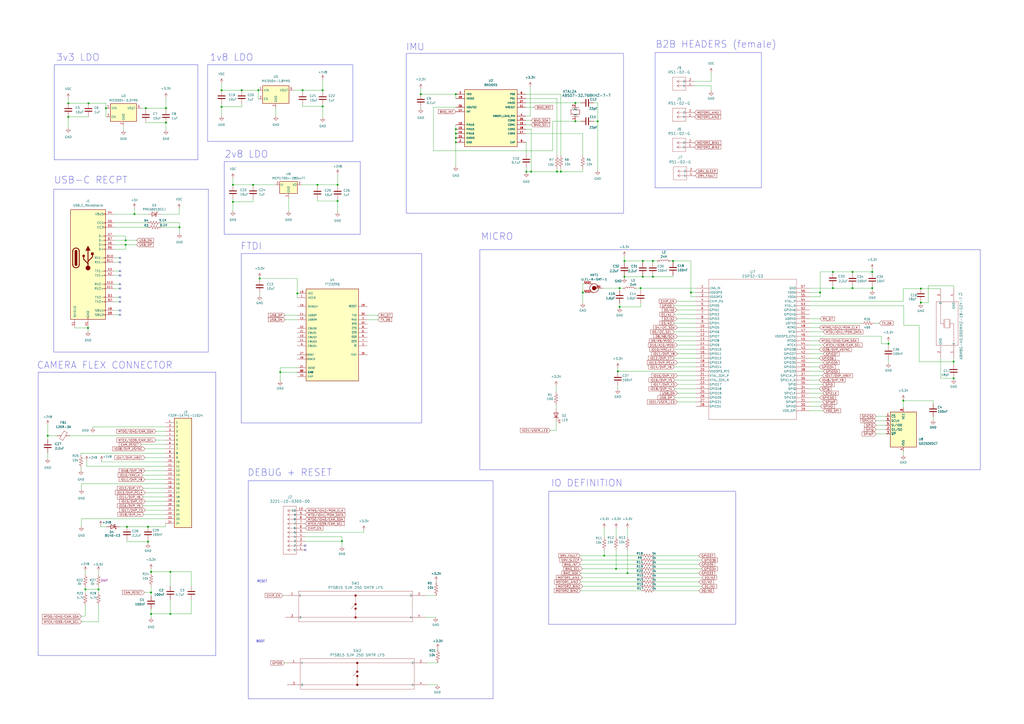
<source format=kicad_sch>
(kicad_sch (version 20230121) (generator eeschema)
  (paper "A2")
  (junction (at 372.872 160.528))
  (junction (at 346.71 70.358))
  (junction (at 85.852 305.562))
  (junction (at 149.86 52.324))
  (junction (at 87.63 356.108))
  (junction (at 359.41 178.054))
  (junction (at 51.054 190.246))
  (junction (at 187.198 61.722))
  (junction (at 73.66 305.562))
  (junction (at 84.582 62.738))
  (junction (at 87.63 331.724))
  (junction (at 362.204 160.528))
  (junction (at 553.212 209.804))
  (junction (at 371.602 167.132))
  (junction (at 390.398 151.384))
  (junction (at 57.15 341.884))
  (junction (at 378.714 151.384))
  (junction (at 39.624 59.944))
  (junction (at 363.982 332.486))
  (junction (at 98.806 356.108))
  (junction (at 378.714 160.528))
  (junction (at 524.002 232.41))
  (junction (at 400.812 169.672))
  (junction (at 27.686 252.73))
  (junction (at 333.756 70.358))
  (junction (at 308.102 99.568))
  (junction (at 325.374 99.568))
  (junction (at 475.742 169.672))
  (junction (at 534.162 167.386))
  (junction (at 357.378 329.946))
  (junction (at 350.52 322.326))
  (junction (at 172.466 170.18))
  (junction (at 195.834 107.188))
  (junction (at 128.524 61.976))
  (junction (at 333.756 59.69))
  (junction (at 162.56 215.9))
  (junction (at 146.812 107.188))
  (junction (at 128.524 52.324))
  (junction (at 323.088 99.568))
  (junction (at 39.624 67.818))
  (junction (at 104.14 131.826))
  (junction (at 72.898 141.986))
  (junction (at 505.968 157.734))
  (junction (at 483.108 157.734))
  (junction (at 87.63 343.662))
  (junction (at 338.074 169.672))
  (junction (at 362.204 151.384))
  (junction (at 264.414 80.01))
  (junction (at 150.622 161.544))
  (junction (at 359.41 167.132))
  (junction (at 264.414 77.47))
  (junction (at 72.898 139.446))
  (junction (at 483.108 167.132))
  (junction (at 534.162 175.514))
  (junction (at 198.374 313.944))
  (junction (at 187.198 52.324))
  (junction (at 305.308 99.568))
  (junction (at 49.53 341.884))
  (junction (at 195.834 116.586))
  (junction (at 494.538 167.132))
  (junction (at 264.414 74.93))
  (junction (at 184.15 107.188))
  (junction (at 96.266 71.12))
  (junction (at 505.968 167.132))
  (junction (at 135.128 117.094))
  (junction (at 51.308 59.944))
  (junction (at 264.414 82.55))
  (junction (at 244.094 54.61))
  (junction (at 61.468 62.738))
  (junction (at 85.852 314.198))
  (junction (at 77.978 124.206))
  (junction (at 135.128 107.188))
  (junction (at 494.538 157.734))
  (junction (at 175.514 52.324))
  (junction (at 264.414 54.61))
  (junction (at 515.366 199.39))
  (junction (at 358.394 215.392))
  (junction (at 98.806 331.724))
  (junction (at 553.212 219.456))
  (junction (at 372.872 151.384))
  (junction (at 140.208 52.324))
  (junction (at 96.266 62.738))
  (no_connect (at 69.596 167.386))
  (no_connect (at 177.038 319.024))
  (no_connect (at 177.038 316.484))
  (no_connect (at 69.596 180.086))
  (no_connect (at 69.596 182.626))
  (no_connect (at 69.596 172.466))
  (no_connect (at 69.596 149.606))
  (no_connect (at 69.596 157.226))
  (no_connect (at 69.596 159.766))
  (no_connect (at 69.596 175.006))
  (no_connect (at 69.596 164.846))
  (no_connect (at 69.596 152.146))
  (wire (pts (xy 140.208 60.198) (xy 140.208 61.976)))
  (wire (pts (xy 246.888 358.14) (xy 252.73 358.14)))
  (wire (pts (xy 40.64 252.73) (xy 96.012 252.73)))
  (wire (pts (xy 483.108 157.734) (xy 494.538 157.734)))
  (wire (pts (xy 85.598 124.206) (xy 77.978 124.206)))
  (wire (pts (xy 150.622 161.036) (xy 150.622 161.544)))
  (wire (pts (xy 357.378 306.324) (xy 357.378 311.404)))
  (wire (pts (xy 477.52 200.152) (xy 469.646 200.152)))
  (wire (pts (xy 69.596 159.766) (xy 66.294 159.766)))
  (wire (pts (xy 39.624 67.564) (xy 39.624 67.818)))
  (wire (pts (xy 219.202 182.88) (xy 213.106 182.88)))
  (wire (pts (xy 39.624 56.896) (xy 39.624 59.944)))
  (wire (pts (xy 184.15 107.188) (xy 195.834 107.188)))
  (wire (pts (xy 350.52 322.326) (xy 336.55 322.326)))
  (wire (pts (xy 77.978 120.65) (xy 77.978 124.206)))
  (wire (pts (xy 83.312 298.45) (xy 96.012 298.45)))
  (wire (pts (xy 363.982 306.324) (xy 363.982 311.404)))
  (wire (pts (xy 392.684 179.832) (xy 403.606 179.832)))
  (wire (pts (xy 184.15 116.586) (xy 195.834 116.586)))
  (wire (pts (xy 363.982 332.486) (xy 363.982 319.024)))
  (wire (pts (xy 98.806 340.106) (xy 98.806 331.724)))
  (wire (pts (xy 371.602 178.054) (xy 371.602 176.022)))
  (wire (pts (xy 211.074 308.864) (xy 211.074 307.594)))
  (wire (pts (xy 337.82 329.946) (xy 357.378 329.946)))
  (wire (pts (xy 58.42 305.562) (xy 58.42 304.8)))
  (wire (pts (xy 515.366 208.28) (xy 515.366 210.566)))
  (wire (pts (xy 475.742 184.912) (xy 469.646 184.912)))
  (wire (pts (xy 87.63 340.106) (xy 87.63 343.662)))
  (wire (pts (xy 69.596 182.626) (xy 66.294 182.626)))
  (wire (pts (xy 77.978 124.206) (xy 66.294 124.206)))
  (wire (pts (xy 475.488 230.632) (xy 469.646 230.632)))
  (wire (pts (xy 538.48 175.514) (xy 534.162 175.514)))
  (wire (pts (xy 69.596 149.606) (xy 66.294 149.606)))
  (wire (pts (xy 475.996 235.712) (xy 469.646 235.712)))
  (wire (pts (xy 83.058 293.37) (xy 96.012 293.37)))
  (wire (pts (xy 51.308 67.818) (xy 39.624 67.818)))
  (wire (pts (xy 392.938 200.152) (xy 403.606 200.152)))
  (wire (pts (xy 371.856 329.946) (xy 357.378 329.946)))
  (wire (pts (xy 338.074 164.592) (xy 339.598 164.592)))
  (wire (pts (xy 104.14 131.826) (xy 104.14 135.382)))
  (wire (pts (xy 46.99 262.89) (xy 96.012 262.89)))
  (wire (pts (xy 405.384 337.566) (xy 379.73 337.566)))
  (wire (pts (xy 84.328 295.91) (xy 96.012 295.91)))
  (wire (pts (xy 412.496 47.244) (xy 402.844 47.244)))
  (wire (pts (xy 507.238 187.452) (xy 510.032 187.452)))
  (wire (pts (xy 247.904 384.556) (xy 254 384.556)))
  (wire (pts (xy 73.66 314.198) (xy 85.852 314.198)))
  (wire (pts (xy 407.162 340.106) (xy 379.73 340.106)))
  (wire (pts (xy 361.442 167.132) (xy 359.41 167.132)))
  (wire (pts (xy 51.054 192.278) (xy 51.054 190.246)))
  (wire (pts (xy 333.756 70.358) (xy 336.804 70.358)))
  (wire (pts (xy 350.52 306.324) (xy 350.52 311.658)))
  (wire (pts (xy 358.394 215.392) (xy 358.394 215.9)))
  (wire (pts (xy 475.742 157.734) (xy 475.742 169.672)))
  (wire (pts (xy 391.16 192.532) (xy 403.606 192.532)))
  (wire (pts (xy 96.012 305.562) (xy 96.012 303.53)))
  (wire (pts (xy 412.496 52.832) (xy 412.496 49.784)))
  (wire (pts (xy 305.054 74.93) (xy 308.102 74.93)))
  (wire (pts (xy 325.374 99.568) (xy 338.074 99.568)))
  (wire (pts (xy 58.928 267.208) (xy 58.928 267.97)))
  (wire (pts (xy 252.984 337.058) (xy 252.984 337.82)))
  (wire (pts (xy 475.234 212.852) (xy 469.646 212.852)))
  (wire (pts (xy 323.088 99.568) (xy 325.374 99.568)))
  (wire (pts (xy 104.14 129.286) (xy 104.14 131.826)))
  (wire (pts (xy 392.938 189.992) (xy 403.606 189.992)))
  (wire (pts (xy 187.198 46.228) (xy 187.198 52.324)))
  (wire (pts (xy 553.212 167.386) (xy 553.212 165.862)))
  (wire (pts (xy 405.384 342.646) (xy 379.73 342.646)))
  (wire (pts (xy 469.646 172.212) (xy 475.742 172.212)))
  (wire (pts (xy 72.898 141.986) (xy 79.248 141.986)))
  (wire (pts (xy 524.002 167.386) (xy 534.162 167.386)))
  (wire (pts (xy 49.53 341.884) (xy 49.53 343.662)))
  (wire (pts (xy 187.198 61.722) (xy 187.198 60.706)))
  (wire (pts (xy 400.812 169.672) (xy 403.606 169.672)))
  (wire (pts (xy 369.062 167.132) (xy 371.602 167.132)))
  (wire (pts (xy 362.204 160.528) (xy 372.872 160.528)))
  (wire (pts (xy 362.204 151.384) (xy 362.204 152.4)))
  (wire (pts (xy 524.002 231.902) (xy 524.002 232.41)))
  (wire (pts (xy 553.212 209.804) (xy 533.146 209.804)))
  (wire (pts (xy 175.514 52.324) (xy 187.198 52.324)))
  (wire (pts (xy 39.624 67.818) (xy 39.624 74.168)))
  (wire (pts (xy 350.52 319.278) (xy 350.52 322.326)))
  (wire (pts (xy 47.244 357.378) (xy 47.244 357.632)))
  (wire (pts (xy 72.898 136.906) (xy 72.898 139.446)))
  (wire (pts (xy 90.424 250.19) (xy 96.012 250.19)))
  (wire (pts (xy 553.212 219.456) (xy 553.212 218.948)))
  (wire (pts (xy 322.58 249.682) (xy 322.58 244.602)))
  (wire (pts (xy 66.294 141.986) (xy 72.898 141.986)))
  (wire (pts (xy 150.622 171.45) (xy 150.622 169.926)))
  (wire (pts (xy 87.63 358.394) (xy 87.63 356.108)))
  (wire (pts (xy 264.414 77.47) (xy 264.414 80.01)))
  (wire (pts (xy 515.366 199.39) (xy 515.366 200.66)))
  (wire (pts (xy 49.53 341.884) (xy 57.15 341.884)))
  (wire (pts (xy 135.128 117.094) (xy 135.128 115.316)))
  (wire (pts (xy 305.054 77.47) (xy 338.074 77.47)))
  (wire (pts (xy 403.606 215.392) (xy 358.394 215.392)))
  (wire (pts (xy 338.074 77.47) (xy 338.074 90.17)))
  (wire (pts (xy 357.378 329.946) (xy 357.378 319.024)))
  (wire (pts (xy 87.63 331.724) (xy 87.63 332.486)))
  (wire (pts (xy 403.606 230.632) (xy 391.414 230.632)))
  (wire (pts (xy 406.908 324.866) (xy 379.476 324.866)))
  (wire (pts (xy 372.872 160.02) (xy 372.872 160.528)))
  (wire (pts (xy 378.714 152.4) (xy 378.714 151.384)))
  (wire (pts (xy 162.56 215.9) (xy 162.56 220.98)))
  (wire (pts (xy 172.466 170.18) (xy 172.466 161.544)))
  (wire (pts (xy 264.414 74.93) (xy 264.414 77.47)))
  (wire (pts (xy 66.294 136.906) (xy 72.898 136.906)))
  (wire (pts (xy 69.596 175.006) (xy 66.294 175.006)))
  (wire (pts (xy 346.71 98.806) (xy 346.71 70.358)))
  (wire (pts (xy 305.054 59.69) (xy 333.756 59.69)))
  (wire (pts (xy 553.212 209.804) (xy 553.212 208.026)))
  (wire (pts (xy 254 376.174) (xy 254 376.936)))
  (wire (pts (xy 72.898 144.526) (xy 72.898 141.986)))
  (wire (pts (xy 47.244 357.378) (xy 49.53 357.378)))
  (wire (pts (xy 392.938 233.172) (xy 403.606 233.172)))
  (wire (pts (xy 494.538 157.734) (xy 494.538 158.496)))
  (wire (pts (xy 244.094 62.992) (xy 244.094 62.23)))
  (wire (pts (xy 57.15 341.884) (xy 57.15 340.614)))
  (wire (pts (xy 372.872 151.384) (xy 378.714 151.384)))
  (wire (pts (xy 378.714 151.384) (xy 381.254 151.384)))
  (wire (pts (xy 246.888 345.44) (xy 252.984 345.44)))
  (wire (pts (xy 338.074 164.592) (xy 338.074 169.672)))
  (wire (pts (xy 160.02 67.31) (xy 160.02 62.484)))
  (wire (pts (xy 524.256 177.292) (xy 469.646 177.292)))
  (wire (pts (xy 264.414 54.61) (xy 264.414 57.15)))
  (wire (pts (xy 39.624 59.944) (xy 51.308 59.944)))
  (wire (pts (xy 46.99 263.906) (xy 46.99 262.89)))
  (wire (pts (xy 362.204 161.29) (xy 362.204 160.528)))
  (wire (pts (xy 87.63 343.662) (xy 87.63 345.694)))
  (wire (pts (xy 346.71 59.69) (xy 344.424 59.69)))
  (wire (pts (xy 541.274 232.41) (xy 524.002 232.41)))
  (wire (pts (xy 477.266 223.012) (xy 469.646 223.012)))
  (wire (pts (xy 359.41 168.402) (xy 359.41 167.132)))
  (wire (pts (xy 57.15 331.216) (xy 57.15 332.994)))
  (wire (pts (xy 172.466 213.36) (xy 162.56 213.36)))
  (wire (pts (xy 135.128 107.188) (xy 135.128 107.696)))
  (wire (pts (xy 308.102 69.85) (xy 305.054 69.85)))
  (wire (pts (xy 69.342 305.562) (xy 73.66 305.562)))
  (wire (pts (xy 251.46 62.23) (xy 251.46 87.376)))
  (wire (pts (xy 553.212 219.964) (xy 553.212 219.456)))
  (wire (pts (xy 61.468 59.944) (xy 51.308 59.944)))
  (wire (pts (xy 362.204 148.59) (xy 362.204 151.384)))
  (wire (pts (xy 483.108 165.862) (xy 483.108 167.132)))
  (wire (pts (xy 128.524 52.578) (xy 128.524 52.324)))
  (wire (pts (xy 85.852 305.562) (xy 96.012 305.562)))
  (wire (pts (xy 362.204 160.528) (xy 362.204 160.02)))
  (wire (pts (xy 103.886 124.206) (xy 93.218 124.206)))
  (wire (pts (xy 27.686 246.38) (xy 27.686 252.73)))
  (wire (pts (xy 184.15 116.586) (xy 184.15 115.57)))
  (wire (pts (xy 405.384 322.326) (xy 379.476 322.326)))
  (wire (pts (xy 541.274 243.586) (xy 541.274 241.808)))
  (wire (pts (xy 378.714 160.02) (xy 378.714 160.528)))
  (wire (pts (xy 308.102 72.39) (xy 305.054 72.39)))
  (wire (pts (xy 494.538 157.734) (xy 505.968 157.734)))
  (wire (pts (xy 69.596 152.146) (xy 66.294 152.146)))
  (wire (pts (xy 325.374 97.79) (xy 325.374 99.568)))
  (wire (pts (xy 47.244 300.99) (xy 96.012 300.99)))
  (wire (pts (xy 358.394 223.52) (xy 358.394 225.806)))
  (wire (pts (xy 305.308 100.076) (xy 305.308 99.568)))
  (wire (pts (xy 135.128 103.378) (xy 135.128 107.188)))
  (wire (pts (xy 84.582 62.738) (xy 84.582 63.5)))
  (wire (pts (xy 175.514 61.722) (xy 187.198 61.722)))
  (wire (pts (xy 150.622 161.544) (xy 150.622 162.306)))
  (wire (pts (xy 325.374 54.61) (xy 305.054 54.61)))
  (wire (pts (xy 146.812 107.188) (xy 146.812 107.696)))
  (wire (pts (xy 198.374 313.944) (xy 198.374 316.992)))
  (wire (pts (xy 511.302 199.39) (xy 515.366 199.39)))
  (wire (pts (xy 391.16 197.612) (xy 403.606 197.612)))
  (wire (pts (xy 244.094 54.61) (xy 244.094 51.308)))
  (wire (pts (xy 412.496 49.784) (xy 402.844 49.784)))
  (wire (pts (xy 46.99 271.526) (xy 46.99 272.796)))
  (wire (pts (xy 469.646 167.132) (xy 483.108 167.132)))
  (wire (pts (xy 545.592 219.456) (xy 553.212 219.456)))
  (wire (pts (xy 372.11 337.566) (xy 336.804 337.566)))
  (wire (pts (xy 553.212 165.862) (xy 538.48 165.862)))
  (wire (pts (xy 323.088 57.15) (xy 305.054 57.15)))
  (wire (pts (xy 98.806 331.724) (xy 110.998 331.724)))
  (wire (pts (xy 73.66 305.562) (xy 85.852 305.562)))
  (wire (pts (xy 407.162 335.026) (xy 379.73 335.026)))
  (wire (pts (xy 93.472 131.826) (xy 104.14 131.826)))
  (wire (pts (xy 344.424 70.358) (xy 346.71 70.358)))
  (wire (pts (xy 391.16 207.772) (xy 403.606 207.772)))
  (wire (pts (xy 400.812 172.212) (xy 400.812 169.672)))
  (wire (pts (xy 57.15 343.662) (xy 57.15 341.884)))
  (wire (pts (xy 371.856 322.326) (xy 350.52 322.326)))
  (wire (pts (xy 372.872 160.528) (xy 378.714 160.528)))
  (wire (pts (xy 391.16 212.852) (xy 403.606 212.852)))
  (wire (pts (xy 128.524 67.31) (xy 128.524 61.976)))
  (wire (pts (xy 135.128 107.188) (xy 146.812 107.188)))
  (wire (pts (xy 165.1 384.556) (xy 166.624 384.556)))
  (wire (pts (xy 400.812 151.384) (xy 400.812 169.672)))
  (wire (pts (xy 372.11 340.106) (xy 338.074 340.106)))
  (wire (pts (xy 195.834 122.936) (xy 195.834 116.586)))
  (wire (pts (xy 323.088 90.17) (xy 323.088 57.15)))
  (wire (pts (xy 98.806 331.724) (xy 87.63 331.724)))
  (wire (pts (xy 51.308 67.818) (xy 51.308 67.564)))
  (wire (pts (xy 403.606 172.212) (xy 400.812 172.212)))
  (wire (pts (xy 371.856 324.866) (xy 337.566 324.866)))
  (wire (pts (xy 533.146 188.722) (xy 533.146 209.804)))
  (wire (pts (xy 392.938 205.232) (xy 403.606 205.232)))
  (wire (pts (xy 159.766 107.188) (xy 146.812 107.188)))
  (wire (pts (xy 325.374 90.17) (xy 325.374 54.61)))
  (wire (pts (xy 412.496 42.164) (xy 412.496 47.244)))
  (wire (pts (xy 475.742 169.672) (xy 475.742 172.212)))
  (wire (pts (xy 87.63 329.946) (xy 87.63 331.724)))
  (wire (pts (xy 308.102 74.93) (xy 308.102 99.568)))
  (wire (pts (xy 57.15 360.68) (xy 57.15 351.282)))
  (wire (pts (xy 533.146 188.722) (xy 524.256 188.722)))
  (wire (pts (xy 175.514 61.722) (xy 175.514 60.706)))
  (wire (pts (xy 372.872 152.4) (xy 372.872 151.384)))
  (wire (pts (xy 477.52 210.312) (xy 469.646 210.312)))
  (wire (pts (xy 53.848 247.65) (xy 96.012 247.65)))
  (wire (pts (xy 392.938 195.072) (xy 403.606 195.072)))
  (wire (pts (xy 87.63 356.108) (xy 98.806 356.108)))
  (wire (pts (xy 534.162 176.022) (xy 534.162 175.514)))
  (wire (pts (xy 175.514 52.324) (xy 175.514 53.086)))
  (wire (pts (xy 58.928 267.97) (xy 96.012 267.97)))
  (wire (pts (xy 69.596 172.466) (xy 66.294 172.466)))
  (wire (pts (xy 140.208 52.578) (xy 140.208 52.324)))
  (wire (pts (xy 320.548 87.376) (xy 320.548 70.358)))
  (wire (pts (xy 85.852 314.198) (xy 85.852 315.214)))
  (wire (pts (xy 98.806 356.108) (xy 110.998 356.108)))
  (wire (pts (xy 505.968 166.116) (xy 505.968 167.132)))
  (wire (pts (xy 390.398 160.528) (xy 390.398 159.766)))
  (wire (pts (xy 110.998 356.108) (xy 110.998 347.726)))
  (wire (pts (xy 391.414 225.552) (xy 403.606 225.552)))
  (wire (pts (xy 47.244 280.67) (xy 96.012 280.67)))
  (wire (pts (xy 391.16 182.372) (xy 403.606 182.372)))
  (wire (pts (xy 27.686 265.938) (xy 27.686 262.636)))
  (wire (pts (xy 372.11 335.026) (xy 337.82 335.026)))
  (wire (pts (xy 146.812 115.316) (xy 146.812 117.094)))
  (wire (pts (xy 58.42 305.562) (xy 61.722 305.562)))
  (wire (pts (xy 66.294 144.526) (xy 72.898 144.526)))
  (wire (pts (xy 323.088 97.79) (xy 323.088 99.568)))
  (wire (pts (xy 349.758 167.132) (xy 359.41 167.132)))
  (wire (pts (xy 264.414 72.39) (xy 264.414 74.93)))
  (wire (pts (xy 84.074 273.05) (xy 96.012 273.05)))
  (wire (pts (xy 93.218 129.286) (xy 104.14 129.286)))
  (wire (pts (xy 308.102 99.568) (xy 323.088 99.568)))
  (wire (pts (xy 81.788 62.738) (xy 84.582 62.738)))
  (wire (pts (xy 475.234 220.472) (xy 469.646 220.472)))
  (wire (pts (xy 103.886 120.904) (xy 103.886 124.206)))
  (wire (pts (xy 469.646 174.752) (xy 524.002 174.752)))
  (wire (pts (xy 73.66 313.182) (xy 73.66 314.198)))
  (wire (pts (xy 184.15 107.188) (xy 184.15 107.95)))
  (wire (pts (xy 83.82 343.662) (xy 87.63 343.662)))
  (wire (pts (xy 553.212 211.328) (xy 553.212 209.804)))
  (wire (pts (xy 336.804 332.486) (xy 363.982 332.486)))
  (wire (pts (xy 475.488 189.992) (xy 469.646 189.992)))
  (wire (pts (xy 336.804 59.69) (xy 333.756 59.69)))
  (wire (pts (xy 172.466 161.544) (xy 150.622 161.544)))
  (wire (pts (xy 69.596 164.846) (xy 66.294 164.846)))
  (wire (pts (xy 371.602 168.402) (xy 371.602 167.132)))
  (wire (pts (xy 391.16 187.452) (xy 403.606 187.452)))
  (wire (pts (xy 172.466 170.18) (xy 172.466 172.72)))
  (wire (pts (xy 333.756 59.69) (xy 333.756 59.944)))
  (wire (pts (xy 84.328 285.75) (xy 96.012 285.75)))
  (wire (pts (xy 390.398 151.384) (xy 400.812 151.384)))
  (wire (pts (xy 392.684 174.752) (xy 403.606 174.752)))
  (wire (pts (xy 83.058 288.29) (xy 96.012 288.29)))
  (wire (pts (xy 195.834 101.092) (xy 195.834 107.188)))
  (wire (pts (xy 71.628 75.438) (xy 71.628 72.898)))
  (wire (pts (xy 87.63 353.314) (xy 87.63 356.108)))
  (wire (pts (xy 494.538 166.116) (xy 494.538 167.132)))
  (wire (pts (xy 524.002 263.906) (xy 524.002 261.874)))
  (wire (pts (xy 82.804 275.59) (xy 96.012 275.59)))
  (wire (pts (xy 515.366 198.12) (xy 515.366 199.39)))
  (wire (pts (xy 305.308 89.408) (xy 305.308 82.55)))
  (wire (pts (xy 47.244 283.718) (xy 47.244 280.67)))
  (wire (pts (xy 85.852 313.182) (xy 85.852 314.198)))
  (wire (pts (xy 469.646 169.672) (xy 475.742 169.672)))
  (wire (pts (xy 346.71 59.69) (xy 346.71 70.358)))
  (wire (pts (xy 49.53 331.216) (xy 49.53 332.994)))
  (wire (pts (xy 146.812 117.094) (xy 135.128 117.094)))
  (wire (pts (xy 388.874 151.384) (xy 390.398 151.384)))
  (wire (pts (xy 359.41 178.054) (xy 359.41 176.022)))
  (wire (pts (xy 251.46 87.376) (xy 320.548 87.376)))
  (wire (pts (xy 84.074 278.13) (xy 96.012 278.13)))
  (wire (pts (xy 309.88 62.23) (xy 305.054 62.23)))
  (wire (pts (xy 162.56 213.36) (xy 162.56 215.9)))
  (wire (pts (xy 66.294 131.826) (xy 85.852 131.826)))
  (wire (pts (xy 219.202 185.42) (xy 213.106 185.42)))
  (wire (pts (xy 43.434 190.246) (xy 51.054 190.246)))
  (wire (pts (xy 534.162 175.514) (xy 534.162 175.006)))
  (wire (pts (xy 170.18 52.324) (xy 175.514 52.324)))
  (wire (pts (xy 391.16 177.292) (xy 403.606 177.292)))
  (wire (pts (xy 524.256 177.292) (xy 524.256 188.722)))
  (wire (pts (xy 403.606 228.092) (xy 392.938 228.092)))
  (wire (pts (xy 406.908 329.946) (xy 379.476 329.946)))
  (wire (pts (xy 49.53 357.378) (xy 49.53 351.282)))
  (wire (pts (xy 508.254 241.554) (xy 513.842 241.554)))
  (wire (pts (xy 47.244 360.68) (xy 57.15 360.68)))
  (wire (pts (xy 505.968 168.402) (xy 505.968 167.132)))
  (wire (pts (xy 319.278 249.682) (xy 322.58 249.682)))
  (wire (pts (xy 545.592 208.026) (xy 545.592 219.456)))
  (wire (pts (xy 177.038 313.944) (xy 198.374 313.944)))
  (wire (pts (xy 358.394 213.36) (xy 358.394 215.392)))
  (wire (pts (xy 372.872 151.384) (xy 362.204 151.384)))
  (wire (pts (xy 333.756 70.358) (xy 333.756 70.104)))
  (wire (pts (xy 128.524 61.976) (xy 128.524 60.198)))
  (wire (pts (xy 96.266 62.738) (xy 96.266 63.5)))
  (wire (pts (xy 359.41 178.054) (xy 359.41 178.562)))
  (wire (pts (xy 305.308 82.55) (xy 305.054 82.55)))
  (wire (pts (xy 110.998 340.106) (xy 110.998 331.724)))
  (wire (pts (xy 511.302 195.072) (xy 511.302 199.39)))
  (wire (pts (xy 135.128 122.428) (xy 135.128 117.094)))
  (wire (pts (xy 508.254 244.094) (xy 513.842 244.094)))
  (wire (pts (xy 392.684 184.912) (xy 403.606 184.912)))
  (wire (pts (xy 84.074 260.35) (xy 96.012 260.35)))
  (wire (pts (xy 477.52 192.532) (xy 469.646 192.532)))
  (wire (pts (xy 405.384 327.406) (xy 379.476 327.406)))
  (wire (pts (xy 84.328 290.83) (xy 96.012 290.83)))
  (wire (pts (xy 405.384 332.486) (xy 379.476 332.486)))
  (wire (pts (xy 477.52 215.392) (xy 469.646 215.392)))
  (wire (pts (xy 128.524 48.26) (xy 128.524 52.324)))
  (wire (pts (xy 475.234 207.772) (xy 469.646 207.772)))
  (wire (pts (xy 50.292 270.51) (xy 96.012 270.51)))
  (wire (pts (xy 475.234 202.692) (xy 469.646 202.692)))
  (wire (pts (xy 505.968 157.734) (xy 505.968 158.496)))
  (wire (pts (xy 50.292 267.208) (xy 50.292 270.51)))
  (wire (pts (xy 371.856 327.406) (xy 336.55 327.406)))
  (wire (pts (xy 187.198 52.324) (xy 187.198 53.086)))
  (wire (pts (xy 177.038 308.864) (xy 211.074 308.864)))
  (wire (pts (xy 49.53 340.614) (xy 49.53 341.884)))
  (wire (pts (xy 371.856 332.486) (xy 363.982 332.486)))
  (wire (pts (xy 305.054 67.31) (xy 307.594 67.31)))
  (wire (pts (xy 162.56 215.9) (xy 172.466 215.9)))
  (wire (pts (xy 175.006 107.188) (xy 184.15 107.188)))
  (wire (pts (xy 524.002 174.752) (xy 524.002 167.386)))
  (wire (pts (xy 320.548 70.358) (xy 333.756 70.358)))
  (wire (pts (xy 372.11 342.646) (xy 336.804 342.646)))
  (wire (pts (xy 195.834 116.586) (xy 195.834 115.57)))
  (wire (pts (xy 322.58 234.95) (xy 322.58 236.982)))
  (wire (pts (xy 477.012 217.932) (xy 469.646 217.932)))
  (wire (pts (xy 524.002 232.41) (xy 524.002 236.474)))
  (wire (pts (xy 79.248 139.446) (xy 72.898 139.446)))
  (wire (pts (xy 187.198 68.072) (xy 187.198 61.722)))
  (wire (pts (xy 165.354 182.88) (xy 172.466 182.88)))
  (wire (pts (xy 475.742 157.734) (xy 483.108 157.734)))
  (wire (pts (xy 149.86 52.324) (xy 149.86 57.404)))
  (wire (pts (xy 378.714 160.528) (xy 390.398 160.528)))
  (wire (pts (xy 508.254 251.714) (xy 513.842 251.714)))
  (wire (pts (xy 61.468 62.738) (xy 61.468 67.818)))
  (wire (pts (xy 167.386 122.428) (xy 167.386 114.808)))
  (wire (pts (xy 508.254 249.174) (xy 513.842 249.174)))
  (wire (pts (xy 27.686 252.73) (xy 33.02 252.73)))
  (wire (pts (xy 195.834 107.188) (xy 195.834 107.95)))
  (wire (pts (xy 477.266 228.092) (xy 469.646 228.092)))
  (wire (pts (xy 69.596 157.226) (xy 66.294 157.226)))
  (wire (pts (xy 140.208 52.324) (xy 149.86 52.324)))
  (wire (pts (xy 247.904 397.256) (xy 253.746 397.256)))
  (wire (pts (xy 390.398 151.384) (xy 390.398 152.146)))
  (wire (pts (xy 140.208 61.976) (xy 128.524 61.976)))
  (wire (pts (xy 96.266 56.642) (xy 96.266 62.738)))
  (wire (pts (xy 494.538 167.132) (xy 505.968 167.132)))
  (wire (pts (xy 96.266 75.438) (xy 96.266 71.12)))
  (wire (pts (xy 338.074 169.672) (xy 339.598 169.672)))
  (wire (pts (xy 534.162 167.386) (xy 545.592 167.386)))
  (wire (pts (xy 165.354 185.42) (xy 172.466 185.42)))
  (wire (pts (xy 198.374 311.404) (xy 198.374 313.944)))
  (wire (pts (xy 477.52 205.232) (xy 469.646 205.232)))
  (wire (pts (xy 177.038 311.404) (xy 198.374 311.404)))
  (wire (pts (xy 164.084 345.44) (xy 165.608 345.44)))
  (wire (pts (xy 305.308 99.568) (xy 308.102 99.568)))
  (wire (pts (xy 483.108 157.734) (xy 483.108 158.242)))
  (wire (pts (xy 541.274 234.188) (xy 541.274 232.41)))
  (wire (pts (xy 61.468 62.738) (xy 61.468 59.944)))
  (wire (pts (xy 508.254 246.634) (xy 513.842 246.634)))
  (wire (pts (xy 69.596 167.386) (xy 66.294 167.386)))
  (wire (pts (xy 477.52 238.252) (xy 469.646 238.252)))
  (wire (pts (xy 338.074 169.672) (xy 338.074 175.768)))
  (wire (pts (xy 98.806 347.726) (xy 98.806 356.108)))
  (wire (pts (xy 505.968 155.956) (xy 505.968 157.734)))
  (wire (pts (xy 84.074 265.43) (xy 96.012 265.43)))
  (wire (pts (xy 338.074 97.79) (xy 338.074 99.568)))
  (wire (pts (xy 371.602 178.054) (xy 359.41 178.054)))
  (wire (pts (xy 27.686 255.016) (xy 27.686 252.73)))
  (wire (pts (xy 84.582 71.12) (xy 96.266 71.12)))
  (wire (pts (xy 264.414 82.55) (xy 264.414 96.52)))
  (wire (pts (xy 538.48 165.862) (xy 538.48 175.514)))
  (wire (pts (xy 264.414 80.01) (xy 264.414 82.55)))
  (wire (pts (xy 392.938 223.012) (xy 403.606 223.012)))
  (wire (pts (xy 85.598 129.286) (xy 66.294 129.286)))
  (wire (pts (xy 392.938 210.312) (xy 403.606 210.312)))
  (wire (pts (xy 128.524 52.324) (xy 140.208 52.324)))
  (wire (pts (xy 477.266 233.172) (xy 469.646 233.172)))
  (wire (pts (xy 469.646 187.452) (xy 499.618 187.452)))
  (wire (pts (xy 469.646 195.072) (xy 511.302 195.072)))
  (wire (pts (xy 47.244 305.308) (xy 47.244 300.99)))
  (wire (pts (xy 72.898 139.446) (xy 66.294 139.446)))
  (wire (pts (xy 83.058 283.21) (xy 96.012 283.21)))
  (wire (pts (xy 244.094 54.61) (xy 264.414 54.61)))
  (wire (pts (xy 264.414 62.23) (xy 251.46 62.23)))
  (wire (pts (xy 69.596 180.086) (xy 66.294 180.086)))
  (wire (pts (xy 84.582 62.738) (xy 96.266 62.738)))
  (wire (pts (xy 474.98 197.612) (xy 469.646 197.612)))
  (wire (pts (xy 391.414 220.472) (xy 403.606 220.472)))
  (wire (pts (xy 305.308 97.028) (xy 305.308 99.568)))
  (wire (pts (xy 391.16 202.692) (xy 403.606 202.692)))
  (wire (pts (xy 371.602 167.132) (xy 403.606 167.132)))
  (wire (pts (xy 90.424 255.27) (xy 96.012 255.27)))
  (wire (pts (xy 322.58 223.774) (xy 322.58 227.33)))
  (wire (pts (xy 82.042 257.81) (xy 96.012 257.81)))
  (wire (pts (xy 392.938 217.932) (xy 403.606 217.932)))
  (wire (pts (xy 483.108 167.132) (xy 494.538 167.132)))
  (wire (pts (xy 53.848 248.158) (xy 53.848 247.65)))
  (wire (pts (xy 307.594 67.31) (xy 307.594 50.292)))
  (wire (pts (xy 475.234 225.552) (xy 469.646 225.552)))
  (rectangle (start 139.954 147.066) (end 244.602 245.364))
  (rectangle (start 120.396 37.592) (end 204.724 82.042))
  (rectangle (start 31.496 37.592) (end 114.808 92.71))
  (rectangle (start 379.984 30.48) (end 441.706 108.966))
  (rectangle (start 22.098 215.9) (end 125.222 380.238))
  (rectangle (start 318.262 284.988) (end 426.72 362.204))
  (rectangle (start 31.242 109.728) (end 120.904 204.216))
  (rectangle (start 144.018 278.892) (end 286.004 405.384))
  (rectangle (start 235.712 30.988) (end 361.696 123.698))
  (rectangle (start 130.048 93.726) (end 209.042 135.89))
  (rectangle (start 278.384 144.78) (end 568.706 272.542))
  (text "IO DEFINITION" (at 319.532 282.702 0) (effects (font (size 4 4)) (justify left bottom)))
  (text "1v8 LDO" (at 121.666 35.814 0) (effects (font (size 4 4)) (justify left bottom)))
  (text "RESET" (at 149.098 338.074 0) (effects (font (size 1.27 1.27)) (justify left bottom)))
  (text "IMU" (at 235.458 29.718 0) (effects (font (size 4 4)) (justify left bottom)))
  (text "DEBUG + RESET" (at 143.51 276.606 0) (effects (font (size 4 4)) (justify left bottom)))
  (text "FTDI" (at 139.446 145.288 0) (effects (font (size 4 4)) (justify left bottom)))
  (text "CAMERA FLEX CONNECTOR\n" (at 21.336 214.376 0) (effects (font (size 4 4)) (justify left bottom)))
  (text "BOOT" (at 148.59 372.872 0) (effects (font (size 1.27 1.27)) (justify left bottom)))
  (text "B2B HEADERS (female)" (at 380.238 28.194 0) (effects (font (size 4 4)) (justify left bottom)))
  (text "3v3 LDO\n" (at 32.512 35.814 0) (effects (font (size 4 4)) (justify left bottom)))
  (text "USB-C RECPT" (at 31.242 106.934 0) (effects (font (size 4 4)) (justify left bottom)))
  (text "2v8 LDO" (at 130.302 91.948 0) (effects (font (size 4 4)) (justify left bottom)))
  (text "MICRO" (at 278.892 139.7 0) (effects (font (size 4 4)) (justify left bottom)))
  (global_label "SPIQ" (shape input) (at 508.254 249.174 180) (property "Intersheetrefs" "${INTERSHEET_REFS}" (effects hide)))
  (global_label "GPIO35" (shape input) (at 405.384 327.406 0) (property "Intersheetrefs" "${INTERSHEET_REFS}" (effects hide)))
  (global_label "RX_D7" (shape input) (at 475.742 184.912 0) (property "Intersheetrefs" "${INTERSHEET_REFS}" (effects hide)))
  (global_label "BNO_INT" (shape input) (at 264.414 64.77 180) (property "Intersheetrefs" "${INTERSHEET_REFS}" (effects hide)))
  (global_label "MOTOR2_BIN2" (shape input) (at 402.844 85.344 0) (property "Intersheetrefs" "${INTERSHEET_REFS}" (effects hide)))
  (global_label "USB_DN" (shape input) (at 392.938 228.092 180) (property "Intersheetrefs" "${INTERSHEET_REFS}" (effects hide)))
  (global_label "DRV_SLEEP" (shape input) (at 337.566 324.866 180) (property "Intersheetrefs" "${INTERSHEET_REFS}" (effects hide)))
  (global_label "MOTOR1_AIN1" (shape input) (at 337.82 335.026 180) (property "Intersheetrefs" "${INTERSHEET_REFS}" (effects hide)))
  (global_label "IO12{slash}DVP_Y7" (shape input) (at 83.058 283.21 180) (property "Intersheetrefs" "${INTERSHEET_REFS}" (effects hide)))
  (global_label "CAM_RESET" (shape input) (at 83.82 343.662 180) (property "Intersheetrefs" "${INTERSHEET_REFS}" (effects hide)))
  (global_label "USB_DP" (shape input) (at 165.354 182.88 180) (property "Intersheetrefs" "${INTERSHEET_REFS}" (effects hide)))
  (global_label "BNO_SDA" (shape input) (at 308.102 69.85 0) (property "Intersheetrefs" "${INTERSHEET_REFS}" (effects hide)))
  (global_label "DRV_FAULT" (shape input) (at 336.55 322.326 180) (property "Intersheetrefs" "${INTERSHEET_REFS}" (effects hide)))
  (global_label "MOTOR1_AIN1" (shape input) (at 402.844 65.278 0) (property "Intersheetrefs" "${INTERSHEET_REFS}" (effects hide)))
  (global_label "MTDO{slash}IO40{slash}CAM_SDA" (shape input) (at 90.424 250.19 180) (property "Intersheetrefs" "${INTERSHEET_REFS}" (effects hide)))
  (global_label "MTMS{slash}IO42{slash}PDM_CLK" (shape input) (at 475.488 189.992 0) (property "Intersheetrefs" "${INTERSHEET_REFS}" (effects hide)))
  (global_label "SPIHD" (shape input) (at 475.996 235.712 0) (property "Intersheetrefs" "${INTERSHEET_REFS}" (effects hide)))
  (global_label "USB_DP" (shape input) (at 391.414 230.632 180) (property "Intersheetrefs" "${INTERSHEET_REFS}" (effects hide)))
  (global_label "IO48{slash}DVP_Y9" (shape input) (at 84.074 273.05 180) (property "Intersheetrefs" "${INTERSHEET_REFS}" (effects hide)))
  (global_label "IO11{slash}DVP_Y8" (shape input) (at 392.938 205.232 180) (property "Intersheetrefs" "${INTERSHEET_REFS}" (effects hide)))
  (global_label "IO21{slash}USER_LED" (shape input) (at 392.938 233.172 180) (property "Intersheetrefs" "${INTERSHEET_REFS}" (effects hide)))
  (global_label "IO15{slash}DVP_Y2" (shape input) (at 84.328 290.83 180) (property "Intersheetrefs" "${INTERSHEET_REFS}" (effects hide)))
  (global_label "DRV_FAULT" (shape input) (at 403.352 101.854 0) (property "Intersheetrefs" "${INTERSHEET_REFS}" (effects hide)))
  (global_label "IO14{slash}DVP_Y6" (shape input) (at 391.16 212.852 180) (property "Intersheetrefs" "${INTERSHEET_REFS}" (effects hide)))
  (global_label "D2{slash}A2" (shape input) (at 405.384 337.566 0) (property "Intersheetrefs" "${INTERSHEET_REFS}" (effects hide)))
  (global_label "GPIO35" (shape input) (at 477.52 210.312 0) (property "Intersheetrefs" "${INTERSHEET_REFS}" (effects hide)))
  (global_label "CHIP_EN" (shape input) (at 164.084 345.44 180) (property "Intersheetrefs" "${INTERSHEET_REFS}" (effects hide)))
  (global_label "GPIO36" (shape input) (at 406.908 324.866 0) (property "Intersheetrefs" "${INTERSHEET_REFS}" (effects hide)))
  (global_label "D3{slash}A3" (shape input) (at 391.16 187.452 180) (property "Intersheetrefs" "${INTERSHEET_REFS}" (effects hide)))
  (global_label "IO21{slash}USER_LED" (shape input) (at 319.278 249.682 180) (property "Intersheetrefs" "${INTERSHEET_REFS}" (effects hide)))
  (global_label "IO15{slash}DVP_Y2" (shape input) (at 392.938 217.932 180) (property "Intersheetrefs" "${INTERSHEET_REFS}" (effects hide)))
  (global_label "BNO_SCL" (shape input) (at 337.82 329.946 180) (property "Intersheetrefs" "${INTERSHEET_REFS}" (effects hide)))
  (global_label "IO16{slash}DVP_Y5" (shape input) (at 83.058 293.37 180) (property "Intersheetrefs" "${INTERSHEET_REFS}" (effects hide)))
  (global_label "D4{slash}I2C_SDA" (shape input) (at 392.938 189.992 180) (property "Intersheetrefs" "${INTERSHEET_REFS}" (effects hide)))
  (global_label "IO47{slash}DVP_HREF" (shape input) (at 84.074 265.43 180) (property "Intersheetrefs" "${INTERSHEET_REFS}" (effects hide)))
  (global_label "SPID" (shape input) (at 477.266 223.012 0) (property "Intersheetrefs" "${INTERSHEET_REFS}" (effects hide)))
  (global_label "SPICS0" (shape input) (at 508.254 241.554 180) (property "Intersheetrefs" "${INTERSHEET_REFS}" (effects hide)))
  (global_label "MOTOR2_BIN1" (shape input) (at 402.844 82.804 0) (property "Intersheetrefs" "${INTERSHEET_REFS}" (effects hide)))
  (global_label "MTDI{slash}IO41{slash}PDM_DATA" (shape input) (at 477.52 192.532 0) (property "Intersheetrefs" "${INTERSHEET_REFS}" (effects hide)))
  (global_label "MTDI{slash}IO41{slash}PDM_DATA" (shape input) (at 177.038 298.704 0) (property "Intersheetrefs" "${INTERSHEET_REFS}" (effects hide)))
  (global_label "SPIWP" (shape input) (at 477.266 233.172 0) (property "Intersheetrefs" "${INTERSHEET_REFS}" (effects hide)))
  (global_label "USB_DN" (shape input) (at 79.248 139.446 0) (property "Intersheetrefs" "${INTERSHEET_REFS}" (effects hide)))
  (global_label "GPIO34" (shape input) (at 406.908 329.946 0) (property "Intersheetrefs" "${INTERSHEET_REFS}" (effects hide)))
  (global_label "DRV_SLEEP" (shape input) (at 403.352 99.314 0) (property "Intersheetrefs" "${INTERSHEET_REFS}" (effects hide)))
  (global_label "MOTOR2_BIN1" (shape input) (at 338.074 340.106 180) (property "Intersheetrefs" "${INTERSHEET_REFS}" (effects hide)))
  (global_label "D1{slash}A1" (shape input) (at 407.162 340.106 0) (property "Intersheetrefs" "${INTERSHEET_REFS}" (effects hide)))
  (global_label "USB_DP" (shape input) (at 79.248 141.986 0) (property "Intersheetrefs" "${INTERSHEET_REFS}" (effects hide)))
  (global_label "SPIQ" (shape input) (at 475.234 225.552 0) (property "Intersheetrefs" "${INTERSHEET_REFS}" (effects hide)))
  (global_label "IO13{slash}DVP_PCLK" (shape input) (at 84.328 285.75 180) (property "Intersheetrefs" "${INTERSHEET_REFS}" (effects hide)))
  (global_label "IO14{slash}DVP_Y6" (shape input) (at 83.058 288.29 180) (property "Intersheetrefs" "${INTERSHEET_REFS}" (effects hide)))
  (global_label "IO18{slash}DVP_Y4" (shape input) (at 391.414 225.552 180) (property "Intersheetrefs" "${INTERSHEET_REFS}" (effects hide)))
  (global_label "SPIWP" (shape input) (at 508.254 251.714 180) (property "Intersheetrefs" "${INTERSHEET_REFS}" (effects hide)))
  (global_label "MOTOR2_BIN2" (shape input) (at 336.804 342.646 180) (property "Intersheetrefs" "${INTERSHEET_REFS}" (effects hide)))
  (global_label "D1{slash}A1" (shape input) (at 391.16 182.372 180) (property "Intersheetrefs" "${INTERSHEET_REFS}" (effects hide)))
  (global_label "MTDO{slash}IO40{slash}CAM_SDA" (shape input) (at 47.244 357.632 180) (property "Intersheetrefs" "${INTERSHEET_REFS}" (effects hide)))
  (global_label "TX_D6" (shape input) (at 219.202 185.42 0) (property "Intersheetrefs" "${INTERSHEET_REFS}" (effects hide)))
  (global_label "GPIO34" (shape input) (at 475.234 212.852 0) (property "Intersheetrefs" "${INTERSHEET_REFS}" (effects hide)))
  (global_label "D8{slash}A8{slash}SCK" (shape input) (at 392.938 195.072 180) (property "Intersheetrefs" "${INTERSHEET_REFS}" (effects hide)))
  (global_label "MTDO{slash}IO40{slash}CAM_SDA" (shape input) (at 177.038 301.244 0) (property "Intersheetrefs" "${INTERSHEET_REFS}" (effects hide)))
  (global_label "IO18{slash}DVP_Y4" (shape input) (at 83.312 298.45 180) (property "Intersheetrefs" "${INTERSHEET_REFS}" (effects hide)))
  (global_label "GPIO37" (shape input) (at 405.384 322.326 0) (property "Intersheetrefs" "${INTERSHEET_REFS}" (effects hide)))
  (global_label "MTCK{slash}IO39{slash}CAM_SCL" (shape input) (at 90.424 255.27 180) (property "Intersheetrefs" "${INTERSHEET_REFS}" (effects hide)))
  (global_label "BNO_INT" (shape input) (at 336.55 327.406 180) (property "Intersheetrefs" "${INTERSHEET_REFS}" (effects hide)))
  (global_label "MOTOR1_AIN2" (shape input) (at 336.804 337.566 180) (property "Intersheetrefs" "${INTERSHEET_REFS}" (effects hide)))
  (global_label "CHIP_EN" (shape input) (at 392.684 174.752 180) (property "Intersheetrefs" "${INTERSHEET_REFS}" (effects hide)))
  (global_label "IO38{slash}DVP_VSYNC" (shape input) (at 475.234 202.692 0) (property "Intersheetrefs" "${INTERSHEET_REFS}" (effects hide)))
  (global_label "IO10{slash}XMCLK" (shape input) (at 82.804 275.59 180) (property "Intersheetrefs" "${INTERSHEET_REFS}" (effects hide)))
  (global_label "VDD_SPI" (shape input) (at 477.52 238.252 0) (property "Intersheetrefs" "${INTERSHEET_REFS}" (effects hide)))
  (global_label "SPICLK" (shape input) (at 477.266 228.092 0) (property "Intersheetrefs" "${INTERSHEET_REFS}" (effects hide)))
  (global_label "IO12{slash}DVP_Y7" (shape input) (at 391.16 207.772 180) (property "Intersheetrefs" "${INTERSHEET_REFS}" (effects hide)))
  (global_label "IO16{slash}DVP_Y5" (shape input) (at 391.414 220.472 180) (property "Intersheetrefs" "${INTERSHEET_REFS}" (effects hide)))
  (global_label "IO48{slash}DVP_Y9" (shape input) (at 475.234 220.472 0) (property "Intersheetrefs" "${INTERSHEET_REFS}" (effects hide)))
  (global_label "MTDO{slash}IO40{slash}CAM_SDA" (shape input) (at 474.98 197.612 0) (property "Intersheetrefs" "${INTERSHEET_REFS}" (effects hide)))
  (global_label "D3{slash}A3" (shape input) (at 407.162 335.026 0) (property "Intersheetrefs" "${INTERSHEET_REFS}" (effects hide)))
  (global_label "D9{slash}A9{slash}MISO" (shape input) (at 391.16 197.612 180) (property "Intersheetrefs" "${INTERSHEET_REFS}" (effects hide)))
  (global_label "IO47{slash}DVP_HREF" (shape input) (at 477.012 217.932 0) (property "Intersheetrefs" "${INTERSHEET_REFS}" (effects hide)))
  (global_label "IO13{slash}DVP_PCLK" (shape input) (at 392.938 210.312 180) (property "Intersheetrefs" "${INTERSHEET_REFS}" (effects hide)))
  (global_label "BNO_RST" (shape input) (at 309.88 62.23 0) (property "Intersheetrefs" "${INTERSHEET_REFS}" (effects hide)))
  (global_label "D5{slash}I2C_SCL" (shape input) (at 391.16 192.532 180) (property "Intersheetrefs" "${INTERSHEET_REFS}" (effects hide)))
  (global_label "MTCK{slash}IO39{slash}CAM_SCL" (shape input) (at 177.038 303.784 0) (property "Intersheetrefs" "${INTERSHEET_REFS}" (effects hide)))
  (global_label "IO11{slash}DVP_Y8" (shape input) (at 84.074 278.13 180) (property "Intersheetrefs" "${INTERSHEET_REFS}" (effects hide)))
  (global_label "SPICS0" (shape input) (at 475.488 230.632 0) (property "Intersheetrefs" "${INTERSHEET_REFS}" (effects hide)))
  (global_label "D10{slash}A10{slash}MOSI" (shape input) (at 392.938 200.152 180) (property "Intersheetrefs" "${INTERSHEET_REFS}" (effects hide)))
  (global_label "GPIO36" (shape input) (at 475.234 207.772 0) (property "Intersheetrefs" "${INTERSHEET_REFS}" (effects hide)))
  (global_label "IO38{slash}DVP_VSYNC" (shape input) (at 84.074 260.35 180) (property "Intersheetrefs" "${INTERSHEET_REFS}" (effects hide)))
  (global_label "GPIO37" (shape input) (at 477.52 205.232 0) (property "Intersheetrefs" "${INTERSHEET_REFS}" (effects hide)))
  (global_label "CAM_RESET" (shape input) (at 82.042 257.81 180) (property "Intersheetrefs" "${INTERSHEET_REFS}" (effects hide)))
  (global_label "CHIP_EN" (shape input) (at 177.038 306.324 0) (property "Intersheetrefs" "${INTERSHEET_REFS}" (effects hide)))
  (global_label "SPICLK" (shape input) (at 508.254 244.094 180) (property "Intersheetrefs" "${INTERSHEET_REFS}" (effects hide)))
  (global_label "D0{slash}A0" (shape input) (at 392.684 179.832 180) (property "Intersheetrefs" "${INTERSHEET_REFS}" (effects hide)))
  (global_label "IO10{slash}XMCLK" (shape input) (at 391.16 202.692 180) (property "Intersheetrefs" "${INTERSHEET_REFS}" (effects hide)))
  (global_label "RX_D7" (shape input) (at 219.202 182.88 0) (property "Intersheetrefs" "${INTERSHEET_REFS}" (effects hide)))
  (global_label "BNO_SCL" (shape input) (at 308.102 72.39 0) (property "Intersheetrefs" "${INTERSHEET_REFS}" (effects hide)))
  (global_label "GPIO0" (shape input) (at 391.16 177.292 180) (property "Intersheetrefs" "${INTERSHEET_REFS}" (effects hide)))
  (global_label "D2{slash}A2" (shape input) (at 392.684 184.912 180) (property "Intersheetrefs" "${INTERSHEET_REFS}" (effects hide)))
  (global_label "TX_D6" (shape input) (at 510.032 187.452 0) (property "Intersheetrefs" "${INTERSHEET_REFS}" (effects hide)))
  (global_label "D0{slash}A0" (shape input) (at 405.384 342.646 0) (property "Intersheetrefs" "${INTERSHEET_REFS}" (effects hide)))
  (global_label "MTCK{slash}IO39{slash}CAM_SCL" (shape input) (at 477.52 200.152 0) (property "Intersheetrefs" "${INTERSHEET_REFS}" (effects hide)))
  (global_label "IO17{slash}DVP_Y3" (shape input) (at 84.328 295.91 180) (property "Intersheetrefs" "${INTERSHEET_REFS}" (effects hide)))
  (global_label "USB_DN" (shape input) (at 165.354 185.42 180) (property "Intersheetrefs" "${INTERSHEET_REFS}" (effects hide)))
  (global_label "GPIO0" (shape input) (at 165.1 384.556 180) (property "Intersheetrefs" "${INTERSHEET_REFS}" (effects hide)))
  (global_label "IO17{slash}DVP_Y3" (shape input) (at 392.938 223.012 180) (property "Intersheetrefs" "${INTERSHEET_REFS}" (effects hide)))
  (global_label "MOTOR1_AIN2" (shape input) (at 402.844 67.818 0) (property "Intersheetrefs" "${INTERSHEET_REFS}" (effects hide)))
  (global_label "SPID" (shape input) (at 508.254 246.634 180) (property "Intersheetrefs" "${INTERSHEET_REFS}" (effects hide)))
  (global_label "MTMS{slash}IO42{slash}PDM_CLK" (shape input) (at 177.038 296.164 0) (property "Intersheetrefs" "${INTERSHEET_REFS}" (effects hide)))
  (global_label "GPIO33" (shape input) (at 405.384 332.486 0) (property "Intersheetrefs" "${INTERSHEET_REFS}" (effects hide)))
  (global_label "MTCK{slash}IO39{slash}CAM_SCL" (shape input) (at 47.244 360.68 180) (property "Intersheetrefs" "${INTERSHEET_REFS}" (effects hide)))
  (global_label "GPIO33" (shape input) (at 477.52 215.392 0) (property "Intersheetrefs" "${INTERSHEET_REFS}" (effects hide)))
  (global_label "BNO_SDA" (shape input) (at 336.804 332.486 180) (property "Intersheetrefs" "${INTERSHEET_REFS}" (effects hide)))
  (symbol (lib_id "Device:C") (at 187.198 56.896 0) (unit 1)
    (property "Reference" "C22" (at 190.5 55.626 0) (effects (justify left)))
    (property "Value" "1uF" (at 190.5 58.166 0) (effects (justify left)))
    (property "Footprint" "Capacitor_SMD:C_0201_0603Metric" (effects hide))
    (property "Mfr" "YAGEO" (effects hide))
    (property "Mfr P/N" "CC0201MRX5R6BB105" (effects hide))
    (property "Price" "0.0042" (effects hide))
    (property "Purchase-URL" "https://www.lcsc.com/product-detail/Multilayer-Ceramic-Capacitors-MLCC-SMD-SMT_YAGEO-CC0201MRX5R6BB105_C605210.html" (effects hide))
    (property "Supplier 1" "LCSC" (effects hide))
    (property "Supplier 1 P/N" "C605210" (effects hide))
  )
  (symbol (lib_id "power:GND") (at 338.074 175.768 0) (mirror y) (unit 1)
    (property "Reference" "#PWR030" (effects hide))
    (property "Value" "GND" (at 338.074 180.086 0))
  )
  (symbol (lib_id "power:GND") (at 27.686 265.938 0) (unit 1)
    (property "Reference" "#PWR048" (effects hide))
    (property "Value" "GND" (at 27.686 271.272 0))
  )
  (symbol (lib_id "power:+2V8") (at 27.686 246.38 0) (unit 1)
    (property "Reference" "#PWR047" (effects hide))
    (property "Value" "+2V8" (at 27.686 241.808 0))
  )
  (symbol (lib_id "Device:R_US") (at 375.92 337.566 90) (unit 1)
    (property "Reference" "R15" (at 371.348 336.296 90))
    (property "Value" "0k" (at 379.476 336.296 90))
    (property "Footprint" "Resistor_SMD:R_0201_0603Metric" (effects hide))
    (property "Mfr" "YAGEO" (effects hide))
    (property "Mfr P/N" "RC0201FR-070RL" (effects hide))
    (property "Price" "0.0008" (effects hide))
    (property "Purchase-URL" "https://www.lcsc.com/product-detail/Chip-span-style-background-color-ff0-Resistor-span-Surface-Mount_YAGEO-RC0201FR-070RL_C106227.html" (effects hide))
    (property "Supplier 1" "LCSC" (effects hide))
    (property "Supplier 1 P/N" "C106227" (effects hide))
  )
  (symbol (lib_id "power:+3.3V") (at 254 376.174 0) (unit 1)
    (property "Reference" "#PWR036" (effects hide))
    (property "Value" "+3.3V" (at 254 371.856 0))
  )
  (symbol (lib_id "Device:C") (at 27.686 258.826 0) (unit 1)
    (property "Reference" "C27" (at 31.75 257.556 0) (effects (justify left)))
    (property "Value" "2.2uF" (at 31.75 260.096 0) (effects (justify left)))
    (property "Footprint" "Capacitor_SMD:C_0402_1005Metric" (effects hide))
    (property "Mfr" "YAGEO" (effects hide))
    (property "Mfr P/N" "CC0402KRX5R8BB225" (effects hide))
    (property "Price" "0.0286" (effects hide))
    (property "Purchase-URL" "https://www.lcsc.com/product-detail/Multilayer-Ceramic-Capacitors-MLCC-SMD-SMT_YAGEO-CC0402KRX5R8BB225_C723363.html" (effects hide))
    (property "Supplier 1" "LCSC" (effects hide))
    (property "Supplier 1 P/N" "C723363" (effects hide))
  )
  (symbol (lib_id "Regulator_Linear:MCP1700x-280xxTT") (at 167.386 107.188 0) (unit 1)
    (property "Reference" "U6" (at 167.386 100.838 0))
    (property "Value" "MCP1700x-280xxTT" (at 167.386 103.378 0))
    (property "Footprint" "Package_TO_SOT_SMD:SOT-23" (effects hide))
    (property "Datasheet" "http://ww1.microchip.com/downloads/en/DeviceDoc/20001826D.pdf" (effects hide))
    (property "Mfr" "Microchip Tech" (effects hide))
    (property "Mfr P/N" "MCP1700T-2802E/TT" (effects hide))
    (property "Price" "0.4696" (effects hide))
    (property "Purchase-URL" "https://www.lcsc.com/product-detail/Voltage-Regulators-Linear-Low-Drop-Out-LDO-Regulators_Microchip-Tech-MCP1700T-2802E-TT_C625349.html" (effects hide))
    (property "Supplier 1" "LCSC" (effects hide))
    (property "Supplier 1 P/N" "C625349" (effects hide))
  )
  (symbol (lib_id "Device:C") (at 98.806 343.916 0) (unit 1)
    (property "Reference" "C2" (at 92.202 342.392 0) (effects (justify left)))
    (property "Value" "100nF" (at 89.408 344.932 0) (effects (justify left)))
    (property "Footprint" "Capacitor_SMD:C_0402_1005Metric" (effects hide))
    (property "Mfr" "YAGEO" (effects hide))
    (property "Mfr P/N" "CC0402KRX7R7BB104" (effects hide))
    (property "Price" "0.0009" (effects hide))
    (property "Purchase-URL" "https://www.lcsc.com/product-detail/Multilayer-Ceramic-Capacitors-MLCC-SMD-SMT_YAGEO-CC0402KRX7R7BB104_C60474.html" (effects hide))
    (property "Supplier 1" "LCSC" (effects hide))
    (property "Supplier 1 P/N" "C60474" (effects hide))
  )
  (symbol (lib_id "Device:C") (at 73.66 309.372 0) (unit 1)
    (property "Reference" "C28" (at 76.454 308.102 0) (effects (justify left)))
    (property "Value" "2.2uF" (at 76.454 310.642 0) (effects (justify left)))
    (property "Footprint" "Capacitor_SMD:C_0402_1005Metric" (effects hide))
    (property "Mfr" "YAGEO" (effects hide))
    (property "Mfr P/N" "CC0402KRX5R8BB225" (effects hide))
    (property "Price" "0.0286" (effects hide))
    (property "Purchase-URL" "https://www.lcsc.com/product-detail/Multilayer-Ceramic-Capacitors-MLCC-SMD-SMT_YAGEO-CC0402KRX5R8BB225_C723363.html" (effects hide))
    (property "Supplier 1" "LCSC" (effects hide))
    (property "Supplier 1 P/N" "C723363" (effects hide))
  )
  (symbol (lib_id "power:GND") (at 534.162 176.022 0) (mirror y) (unit 1)
    (property "Reference" "#PWR034" (effects hide))
    (property "Value" "GND" (at 534.162 180.34 0))
  )
  (symbol (lib_id "Device:C") (at 96.266 67.31 0) (unit 1)
    (property "Reference" "C8" (at 99.568 66.04 0) (effects (justify left)))
    (property "Value" "1uF" (at 99.568 68.58 0) (effects (justify left)))
    (property "Footprint" "Capacitor_SMD:C_0201_0603Metric" (effects hide))
    (property "Mfr" "YAGEO" (effects hide))
    (property "Mfr P/N" "CC0201MRX5R6BB105" (effects hide))
    (property "Price" "0.0042" (effects hide))
    (property "Purchase-URL" "https://www.lcsc.com/product-detail/Multilayer-Ceramic-Capacitors-MLCC-SMD-SMT_YAGEO-CC0201MRX5R6BB105_C605210.html" (effects hide))
    (property "Supplier 1" "LCSC" (effects hide))
    (property "Supplier 1 P/N" "C605210" (effects hide))
  )
  (symbol (lib_id "Diode:B140-E3") (at 65.532 305.562 180) (unit 1)
    (property "Reference" "D4" (at 64.77 308.61 0))
    (property "Value" "B140-E3" (at 65.278 310.642 0))
    (property "Footprint" "Diode_SMD:D_SMA" (effects hide))
    (property "Datasheet" "http://www.vishay.com/docs/88946/b120.pdf" (effects hide))
    (property "Mfr" "Vishay Intertech" (effects hide))
    (property "Mfr P/N" "B140-E3/5AT" (effects hide))
    (property "Price" "0.0667" (effects hide))
    (property "Purchase-URL" "https://www.lcsc.com/product-detail/Schottky-Diodes_Vishay-Intertech-B140-E3-5AT_C2981056.html" (effects hide))
    (property "Supplier 1" "LCSC" (effects hide))
    (property "Supplier 1 P/N" "C2981056" (effects hide))
  )
  (symbol (lib_id "Device:C") (at 146.812 111.506 0) (unit 1)
    (property "Reference" "C24" (at 150.114 110.236 0) (effects (justify left)))
    (property "Value" "1uF" (at 150.114 112.776 0) (effects (justify left)))
    (property "Footprint" "Capacitor_SMD:C_0201_0603Metric" (effects hide))
    (property "Mfr" "YAGEO" (effects hide))
    (property "Mfr P/N" "CC0201MRX5R6BB105" (effects hide))
    (property "Price" "0.0042" (effects hide))
    (property "Purchase-URL" "https://www.lcsc.com/product-detail/Multilayer-Ceramic-Capacitors-MLCC-SMD-SMT_YAGEO-CC0201MRX5R6BB105_C605210.html" (effects hide))
    (property "Supplier 1" "LCSC" (effects hide))
    (property "Supplier 1 P/N" "C605210" (effects hide))
  )
  (symbol (lib_id "Device:C") (at 390.398 155.956 0) (unit 1)
    (property "Reference" "C18" (at 392.938 154.178 0) (effects (justify left)))
    (property "Value" "100nF" (at 392.938 156.718 0) (effects (justify left)))
    (property "Footprint" "Capacitor_SMD:C_0402_1005Metric" (effects hide))
    (property "Mfr" "YAGEO" (effects hide))
    (property "Mfr P/N" "CC0402KRX7R7BB104" (effects hide))
    (property "Price" "0.0009" (effects hide))
    (property "Purchase-URL" "https://www.lcsc.com/product-detail/Multilayer-Ceramic-Capacitors-MLCC-SMD-SMT_YAGEO-CC0402KRX7R7BB104_C60474.html" (effects hide))
    (property "Supplier 1" "LCSC" (effects hide))
    (property "Supplier 1 P/N" "C60474" (effects hide))
  )
  (symbol (lib_id "Device:L") (at 385.064 151.384 90) (unit 1)
    (property "Reference" "L2" (at 385.064 146.304 90))
    (property "Value" "2nH" (at 385.064 148.844 90))
    (property "Footprint" "Inductor_SMD:L_01005_0402Metric" (effects hide))
    (property "Mfr" "Murata Electronics" (effects hide))
    (property "Mfr P/N" "LQP02TQ2N0B02D" (effects hide))
    (property "Price" "0.014" (effects hide))
    (property "Purchase-URL" "https://www.lcsc.com/product-detail/Inductors-SMD_Murata-Electronics-LQP02TQ2N0B02D_C2048018.html" (effects hide))
    (property "Supplier 1" "LCSC" (effects hide))
    (property "Supplier 1 P/N" "C2048018" (effects hide))
  )
  (symbol (lib_id "Device:C") (at 140.208 56.388 0) (unit 1)
    (property "Reference" "C20" (at 143.51 55.118 0) (effects (justify left)))
    (property "Value" "1uF" (at 143.51 57.658 0) (effects (justify left)))
    (property "Footprint" "Capacitor_SMD:C_0201_0603Metric" (effects hide))
    (property "Mfr" "YAGEO" (effects hide))
    (property "Mfr P/N" "CC0201MRX5R6BB105" (effects hide))
    (property "Price" "0.0042" (effects hide))
    (property "Purchase-URL" "https://www.lcsc.com/product-detail/Multilayer-Ceramic-Capacitors-MLCC-SMD-SMT_YAGEO-CC0201MRX5R6BB105_C605210.html" (effects hide))
    (property "Supplier 1" "LCSC" (effects hide))
    (property "Supplier 1 P/N" "C605210" (effects hide))
  )
  (symbol (lib_id "Device:C") (at 128.524 56.388 0) (unit 1)
    (property "Reference" "C19" (at 132.588 55.118 0) (effects (justify left)))
    (property "Value" "10uF" (at 132.588 57.658 0) (effects (justify left)))
    (property "Footprint" "Capacitor_SMD:C_0603_1608Metric" (effects hide))
    (property "Mfr" "Samsung Electro-Mechanics" (effects hide))
    (property "Mfr P/N" "CL10A106KP8NNNC" (effects hide))
    (property "Price" "0.005" (effects hide))
    (property "Purchase-URL" "https://www.lcsc.com/product-detail/Multilayer-Ceramic-Capacitors-MLCC-SMD-SMT_Samsung-Electro-Mechanics-CL10A106KP8NNNC_C19702.html" (effects hide))
    (property "Supplier 1" "LCSC" (effects hide))
    (property "Supplier 1 P/N" "C19702" (effects hide))
  )
  (symbol (lib_id "Device:R_US") (at 375.666 329.946 90) (unit 1)
    (property "Reference" "R19" (at 371.094 328.676 90))
    (property "Value" "0k" (at 379.476 328.676 90))
    (property "Footprint" "Resistor_SMD:R_0201_0603Metric" (effects hide))
    (property "Mfr" "YAGEO" (effects hide))
    (property "Mfr P/N" "RC0201FR-070RL" (effects hide))
    (property "Price" "0.0008" (effects hide))
    (property "Purchase-URL" "https://www.lcsc.com/product-detail/Chip-span-style-background-color-ff0-Resistor-span-Surface-Mount_YAGEO-RC0201FR-070RL_C106227.html" (effects hide))
    (property "Supplier 1" "LCSC" (effects hide))
    (property "Supplier 1 P/N" "C106227" (effects hide))
  )
  (symbol (lib_id "Device:C") (at 87.63 349.504 0) (unit 1)
    (property "Reference" "C1" (at 81.026 347.98 0) (effects (justify left)))
    (property "Value" "100nF" (at 78.232 350.52 0) (effects (justify left)))
    (property "Footprint" "Capacitor_SMD:C_0402_1005Metric" (effects hide))
    (property "Mfr" "YAGEO" (effects hide))
    (property "Mfr P/N" "CC0402KRX7R7BB104" (effects hide))
    (property "Price" "0.0009" (effects hide))
    (property "Purchase-URL" "https://www.lcsc.com/product-detail/Multilayer-Ceramic-Capacitors-MLCC-SMD-SMT_YAGEO-CC0402KRX7R7BB104_C60474.html" (effects hide))
    (property "Supplier 1" "LCSC" (effects hide))
    (property "Supplier 1 P/N" "C60474" (effects hide))
  )
  (symbol (lib_id "Device:R_US") (at 363.982 315.214 0) (unit 1)
    (property "Reference" "R13" (at 358.902 311.912 0) (effects (justify left)))
    (property "Value" "10k" (at 358.902 314.452 0) (effects (justify left)))
    (property "Footprint" "Resistor_SMD:R_0201_0603Metric" (effects hide))
    (property "Mfr" "YAGEO" (effects hide))
    (property "Mfr P/N" "RC0201JR-0710KL" (effects hide))
    (property "Price" "0.0008" (effects hide))
    (property "Purchase-URL" "https://www.lcsc.com/product-detail/Chip-span-style-background-color-ff0-Resistor-span-Surface-Mount_YAGEO-RC0201JR-0710KL_C138117.html" (effects hide))
    (property "Supplier 1" "LCSC" (effects hide))
    (property "Supplier 1 P/N" "C138117" (effects hide))
  )
  (symbol (lib_id "power:GND") (at 541.274 243.586 0) (unit 1)
    (property "Reference" "#PWR067" (effects hide))
    (property "Value" "GND" (at 541.274 247.904 0))
  )
  (symbol (lib_id "power:GND") (at 47.244 305.308 0) (unit 1)
    (property "Reference" "#PWR057" (effects hide))
    (property "Value" "GND" (at 47.244 310.642 0))
  )
  (symbol (lib_id "Device:C") (at 244.094 58.42 0) (unit 1)
    (property "Reference" "C9" (at 247.396 57.15 0) (effects (justify left)))
    (property "Value" "0.1uF" (at 247.396 59.69 0) (effects (justify left)))
    (property "Footprint" "Capacitor_SMD:C_0603_1608Metric" (effects hide))
  )
  (symbol (lib_id "Device:C") (at 553.212 215.138 0) (mirror y) (unit 1)
    (property "Reference" "C17" (at 549.148 215.138 0))
    (property "Value" "18pF" (at 548.386 217.424 0))
    (property "Footprint" "Capacitor_SMD:C_0201_0603Metric" (effects hide))
    (property "Mfr" "YAGEO" (effects hide))
    (property "Mfr P/N" "CC0201JRNPO9BN180" (effects hide))
    (property "Price" "0.001" (effects hide))
    (property "Purchase-URL" "https://www.lcsc.com/product-detail/Multilayer-Ceramic-Capacitors-MLCC-SMD-SMT_YAGEO-CC0201JRNPO9BN180_C277474.html" (effects hide))
    (property "Supplier 1" "LCSC" (effects hide))
    (property "Supplier 1 P/N" "C277474" (effects hide))
  )
  (symbol (lib_id "Device:C") (at 534.162 171.196 0) (mirror y) (unit 1)
    (property "Reference" "C16" (at 530.098 171.196 0))
    (property "Value" "18pF" (at 529.336 173.482 0))
    (property "Footprint" "Capacitor_SMD:C_0201_0603Metric" (effects hide))
    (property "Mfr" "YAGEO" (effects hide))
    (property "Mfr P/N" "CC0201JRNPO9BN180" (effects hide))
    (property "Price" "0.001" (effects hide))
    (property "Purchase-URL" "https://www.lcsc.com/product-detail/Multilayer-Ceramic-Capacitors-MLCC-SMD-SMT_YAGEO-CC0201JRNPO9BN180_C277474.html" (effects hide))
    (property "Supplier 1" "LCSC" (effects hide))
    (property "Supplier 1 P/N" "C277474" (effects hide))
  )
  (symbol (lib_id "Device:R_US") (at 322.58 231.14 180) (unit 1)
    (property "Reference" "R1" (at 319.024 229.108 0))
    (property "Value" "100" (at 319.024 231.394 0))
    (property "Footprint" "Resistor_SMD:R_0201_0603Metric" (effects hide))
    (property "Mfr" "YAGEO" (effects hide))
    (property "Mfr P/N" "AC0201FR-07100RL" (effects hide))
    (property "Price" "0.0017" (effects hide))
    (property "Purchase-URL" "https://www.lcsc.com/product-detail/Chip-span-style-background-color-ff0-Resistor-span-Surface-Mount_YAGEO-AC0201FR-07100RL_C226395.html" (effects hide))
    (property "Supplier 1" "LCSC" (effects hide))
    (property "Supplier 1 P/N" "C226395" (effects hide))
  )
  (symbol (lib_id "power:+2V8") (at 50.292 267.208 0) (unit 1)
    (property "Reference" "#PWR055" (effects hide))
    (property "Value" "+2V8" (at 53.848 265.43 0))
  )
  (symbol (lib_id "Device:R_US") (at 87.63 336.296 0) (unit 1)
    (property "Reference" "R24" (at 82.55 332.994 0) (effects (justify left)))
    (property "Value" "10k" (at 82.55 335.534 0) (effects (justify left)))
    (property "Footprint" "Resistor_SMD:R_0201_0603Metric" (effects hide))
    (property "Mfr" "YAGEO" (effects hide))
    (property "Mfr P/N" "RC0201JR-0710KL" (effects hide))
    (property "Price" "0.0008" (effects hide))
    (property "Purchase-URL" "https://www.lcsc.com/product-detail/Chip-span-style-background-color-ff0-Resistor-span-Surface-Mount_YAGEO-RC0201JR-0710KL_C138117.html" (effects hide))
    (property "Supplier 1" "LCSC" (effects hide))
    (property "Supplier 1 P/N" "C138117" (effects hide))
  )
  (symbol (lib_id "power:GND") (at 71.628 75.438 0) (unit 1)
    (property "Reference" "#PWR012" (effects hide))
    (property "Value" "GND" (at 71.628 80.518 0))
  )
  (symbol (lib_id "U.FL-R-SMT-1:U.FL-R-SMT-1") (at 344.678 167.132 0) (mirror y) (unit 1)
    (property "Reference" "ANT1" (at 344.678 159.512 0))
    (property "Value" "U.FL-R-SMT-1" (at 344.678 162.052 0))
    (property "Footprint" "U.FL-R-SMT-1:U.FL-R-SMT-1" (effects hide))
    (property "MF" "Hirose Electric Co Ltd" (effects hide))
    (property "Description" "\nU.FL-R-SMT(10) Hirose Electric RF Connectors U.FL 0Hz to 6GHz 50Ohm Solder ST SMD F Gold T/R - Arrow.com\n" (effects hide))
    (property "Package" "None" (effects hide))
    (property "Price" "0.0805" (effects hide))
    (property "SnapEDA_Link" "https://www.snapeda.com/parts/U.FL-R-SMT-1/Hirose+Electric+Co+Ltd/view-part/?ref=snap" (effects hide))
    (property "MP" "U.FL-R-SMT-1" (effects hide))
    (property "Availability" "In Stock" (effects hide))
    (property "Check_prices" "https://www.snapeda.com/parts/U.FL-R-SMT-1/Hirose+Electric+Co+Ltd/view-part/?ref=eda" (effects hide))
    (property "Mfr" "HRS(Hirose)" (effects hide))
    (property "Mfr P/N" "U.FL-R-SMT-1(80)" (effects hide))
    (property "Purchase-URL" "https://www.lcsc.com/product-detail/Coaxial-Connectors-RF_HRS-Hirose-U-FL-R-SMT-1-80_C88374.html" (effects hide))
    (property "Supplier 1" "LCSC" (effects hide))
    (property "Supplier 1 P/N" "C88374" (effects hide))
  )
  (symbol (lib_id "power:+3.3V") (at 515.366 198.12 0) (unit 1)
    (property "Reference" "#PWR062" (effects hide))
    (property "Value" "+3.3V" (at 515.366 192.786 0))
  )
  (symbol (lib_id "Device:C") (at 51.308 63.754 0) (unit 1)
    (property "Reference" "C6" (at 54.61 62.484 0) (effects (justify left)))
    (property "Value" "1uF" (at 54.61 65.024 0) (effects (justify left)))
    (property "Footprint" "Capacitor_SMD:C_0201_0603Metric" (effects hide))
    (property "Mfr" "YAGEO" (effects hide))
    (property "Mfr P/N" "CC0201MRX5R6BB105" (effects hide))
    (property "Price" "0.0042" (effects hide))
    (property "Purchase-URL" "https://www.lcsc.com/product-detail/Multilayer-Ceramic-Capacitors-MLCC-SMD-SMT_YAGEO-CC0201MRX5R6BB105_C605210.html" (effects hide))
    (property "Supplier 1" "LCSC" (effects hide))
    (property "Supplier 1 P/N" "C605210" (effects hide))
  )
  (symbol (lib_id "Device:C") (at 372.872 156.21 0) (unit 1)
    (property "Reference" "C31" (at 366.014 154.432 0) (effects (justify left)))
    (property "Value" "2.2uF" (at 364.236 157.226 0) (effects (justify left)))
    (property "Footprint" "Capacitor_SMD:C_0402_1005Metric" (effects hide))
    (property "Mfr" "YAGEO" (effects hide))
    (property "Mfr P/N" "CC0402KRX5R8BB225" (effects hide))
    (property "Price" "0.0286" (effects hide))
    (property "Purchase-URL" "https://www.lcsc.com/product-detail/Multilayer-Ceramic-Capacitors-MLCC-SMD-SMT_YAGEO-CC0402KRX5R8BB225_C723363.html" (effects hide))
    (property "Supplier 1" "LCSC" (effects hide))
    (property "Supplier 1 P/N" "C723363" (effects hide))
  )
  (symbol (lib_id "power:+3.3V") (at 362.204 148.59 0) (unit 1)
    (property "Reference" "#PWR01" (effects hide))
    (property "Value" "+3.3V" (at 362.204 143.256 0))
  )
  (symbol (lib_id "power:GND") (at 104.14 135.382 0) (unit 1)
    (property "Reference" "#PWR06" (effects hide))
    (property "Value" "GND" (at 104.14 140.462 0))
  )
  (symbol (lib_id "Device:FerriteBead") (at 36.83 252.73 90) (unit 1)
    (property "Reference" "FB1" (at 36.7792 245.11 90))
    (property "Value" "120R-3A" (at 36.7792 247.65 90))
    (property "Footprint" "Capacitor_SMD:C_0805_2012Metric" (effects hide))
    (property "Mfr" "Murata Electronics" (effects hide))
    (property "Mfr P/N" "BLM21PG121SN1D" (effects hide))
    (property "Price" "0.0171" (effects hide))
    (property "Purchase-URL" "https://www.lcsc.com/product-detail/span-style-background-color-ff0-Ferrite-span-Beads_Murata-Electronics-BLM21PG121SN1D_C79382.html" (effects hide))
    (property "Supplier 1" "LCSC" (effects hide))
    (property "Supplier 1 P/N" "C79382" (effects hide))
  )
  (symbol (lib_id "power:+3.3V") (at 505.968 155.956 0) (unit 1)
    (property "Reference" "#PWR061" (effects hide))
    (property "Value" "+3.3V" (at 505.968 150.622 0))
  )
  (symbol (lib_id "power:GND") (at 53.848 248.158 0) (unit 1)
    (property "Reference" "#PWR049" (effects hide))
    (property "Value" "GND" (at 49.53 249.682 0))
  )
  (symbol (lib_id "power:+3.3V") (at 350.52 306.324 0) (unit 1)
    (property "Reference" "#PWR024" (effects hide))
    (property "Value" "+3.3V" (at 350.52 300.99 0))
  )
  (symbol (lib_id "Device:C") (at 515.366 204.47 0) (unit 1)
    (property "Reference" "C36" (at 517.906 202.692 0) (effects (justify left)))
    (property "Value" "100nF" (at 517.906 205.232 0) (effects (justify left)))
    (property "Footprint" "Capacitor_SMD:C_0402_1005Metric" (effects hide))
    (property "Mfr" "YAGEO" (effects hide))
    (property "Mfr P/N" "CC0402KRX7R7BB104" (effects hide))
    (property "Price" "0.0009" (effects hide))
    (property "Purchase-URL" "https://www.lcsc.com/product-detail/Multilayer-Ceramic-Capacitors-MLCC-SMD-SMT_YAGEO-CC0402KRX7R7BB104_C60474.html" (effects hide))
    (property "Supplier 1" "LCSC" (effects hide))
    (property "Supplier 1 P/N" "C60474" (effects hide))
  )
  (symbol (lib_id "Device:C") (at 340.614 70.358 90) (unit 1)
    (property "Reference" "C11" (at 343.916 67.818 90))
    (property "Value" "22pF" (at 344.17 73.914 90))
    (property "Footprint" "Capacitor_SMD:C_0201_0603Metric" (effects hide))
    (property "Mfr" "YAGEO" (effects hide))
    (property "Mfr P/N" "CC0201JRNPO8BN220" (effects hide))
    (property "Price" "0.001" (effects hide))
    (property "Purchase-URL" "https://www.lcsc.com/product-detail/Multilayer-Ceramic-Capacitors-MLCC-SMD-SMT_YAGEO-CC0201JRNPO8BN220_C526934.html" (effects hide))
    (property "Supplier 1" "LCSC" (effects hide))
    (property "Supplier 1 P/N" "C526934" (effects hide))
  )
  (symbol (lib_id "Device:R_US") (at 375.92 335.026 90) (unit 1)
    (property "Reference" "R10" (at 371.348 333.756 90))
    (property "Value" "0k" (at 379.476 333.756 90))
    (property "Footprint" "Resistor_SMD:R_0201_0603Metric" (effects hide))
    (property "Mfr" "YAGEO" (effects hide))
    (property "Mfr P/N" "RC0201FR-070RL" (effects hide))
    (property "Price" "0.0008" (effects hide))
    (property "Purchase-URL" "https://www.lcsc.com/product-detail/Chip-span-style-background-color-ff0-Resistor-span-Surface-Mount_YAGEO-RC0201FR-070RL_C106227.html" (effects hide))
    (property "Supplier 1" "LCSC" (effects hide))
    (property "Supplier 1 P/N" "C106227" (effects hide))
  )
  (symbol (lib_id "power:VDC") (at 128.524 48.26 0) (unit 1)
    (property "Reference" "#PWR037" (effects hide))
    (property "Value" "VDC" (at 128.524 42.926 0))
  )
  (symbol (lib_id "Device:R_US") (at 252.984 341.63 0) (unit 1)
    (property "Reference" "R5" (at 247.904 338.328 0) (effects (justify left)))
    (property "Value" "10k" (at 247.904 340.868 0) (effects (justify left)))
    (property "Footprint" "Resistor_SMD:R_0201_0603Metric" (effects hide))
    (property "Mfr" "YAGEO" (effects hide))
    (property "Mfr P/N" "RC0201JR-0710KL" (effects hide))
    (property "Price" "0.0008" (effects hide))
    (property "Purchase-URL" "https://www.lcsc.com/product-detail/Chip-span-style-background-color-ff0-Resistor-span-Surface-Mount_YAGEO-RC0201JR-0710KL_C138117.html" (effects hide))
    (property "Supplier 1" "LCSC" (effects hide))
    (property "Supplier 1 P/N" "C138117" (effects hide))
  )
  (symbol (lib_id "power:GND") (at 150.622 171.45 0) (unit 1)
    (property "Reference" "#PWR028" (effects hide))
    (property "Value" "GND" (at 150.622 175.768 0))
  )
  (symbol (lib_id "3221-10-0300-00:3221-10-0300-00") (at 177.038 319.024 180) (unit 1)
    (property "Reference" "J2" (at 168.148 288.29 0) (effects (font (size 1.524 1.524))))
    (property "Value" "3221-10-0300-00" (at 168.148 290.83 0) (effects (font (size 1.524 1.524))))
    (property "Footprint" "CONN10_3221-10-0300-00_CNC" (effects hide))
    (property "Datasheet" "3221-10-0300-00" (effects hide))
    (property "Note" "solder later" (effects hide))
    (property "Mfr" "CNC Tech" (effects hide))
    (property "Mfr P/N" "3221-10-0300-00" (effects hide))
    (property "Price" "1.02000" (effects hide))
    (property "Purchase-URL" "https://www.digikey.com/en/products/detail/cnc-tech/3221-10-0300-00/4878946" (effects hide))
    (property "Supplier 1" "Digikey" (effects hide))
    (property "Supplier 1 P/N" "1175-1735-ND" (effects hide))
  )
  (symbol (lib_id "power:+3.3V") (at 252.984 337.058 0) (unit 1)
    (property "Reference" "#PWR08" (effects hide))
    (property "Value" "+3.3V" (at 252.984 332.74 0))
  )
  (symbol (lib_id "power:GND") (at 167.386 122.428 0) (unit 1)
    (property "Reference" "#PWR046" (effects hide))
    (property "Value" "GND" (at 167.386 127.508 0))
  )
  (symbol (lib_id "power:+3.3V") (at 244.094 51.308 0) (unit 1)
    (property "Reference" "#PWR014" (effects hide))
    (property "Value" "+3.3V" (at 244.094 45.974 0))
  )
  (symbol (lib_id "Regulator_Linear:MIC5504-3.3YM5") (at 71.628 65.278 0) (unit 1)
    (property "Reference" "U3" (at 71.628 55.626 0))
    (property "Value" "MIC5504-3.3YM5" (at 71.628 58.166 0))
    (property "Footprint" "Package_TO_SOT_SMD:SOT-23-5" (effects hide))
    (property "Datasheet" "http://ww1.microchip.com/downloads/en/DeviceDoc/MIC550X.pdf" (effects hide))
    (property "Mfr" "Microchip Tech" (effects hide))
    (property "Mfr P/N" "MIC5504-3.3YM5-TR" (effects hide))
    (property "Price" "0.2143" (effects hide))
    (property "Purchase-URL" "https://www.lcsc.com/product-detail/Voltage-Regulators-Linear-Low-Drop-Out-LDO-Regulators_Microchip-Tech-MIC5504-3-3YM5-TR_C88419.html" (effects hide))
    (property "Supplier 1" "LCSC" (effects hide))
    (property "Supplier 1 P/N" "C88419" (effects hide))
  )
  (symbol (lib_id "power:GND") (at 505.968 168.402 0) (unit 1)
    (property "Reference" "#PWR033" (effects hide))
    (property "Value" "GND" (at 505.968 172.72 0))
  )
  (symbol (lib_id "power:GND") (at 252.73 358.14 0) (unit 1)
    (property "Reference" "#PWR07" (effects hide))
    (property "Value" "GND" (at 252.73 362.458 0))
  )
  (symbol (lib_id "power:+3.3V") (at 322.58 223.774 0) (unit 1)
    (property "Reference" "#PWR052" (effects hide))
    (property "Value" "+3.3V" (at 322.58 218.44 0))
  )
  (symbol (lib_id "Device:C") (at 362.204 156.21 0) (unit 1)
    (property "Reference" "C32" (at 355.346 154.432 0) (effects (justify left)))
    (property "Value" "2.2uF" (at 353.568 157.226 0) (effects (justify left)))
    (property "Footprint" "Capacitor_SMD:C_0402_1005Metric" (effects hide))
    (property "Mfr" "YAGEO" (effects hide))
    (property "Mfr P/N" "CC0402KRX5R8BB225" (effects hide))
    (property "Price" "0.0286" (effects hide))
    (property "Purchase-URL" "https://www.lcsc.com/product-detail/Multilayer-Ceramic-Capacitors-MLCC-SMD-SMT_YAGEO-CC0402KRX5R8BB225_C723363.html" (effects hide))
    (property "Supplier 1" "LCSC" (effects hide))
    (property "Supplier 1 P/N" "C723363" (effects hide))
  )
  (symbol (lib_id "power:GND") (at 305.308 100.076 0) (unit 1)
    (property "Reference" "#PWR016" (effects hide))
    (property "Value" "GND" (at 305.308 105.41 0))
  )
  (symbol (lib_id "power:+3.3V") (at 358.394 213.36 0) (unit 1)
    (property "Reference" "#PWR02" (effects hide))
    (property "Value" "+3.3V" (at 358.394 208.026 0))
  )
  (symbol (lib_id "power:GND") (at 198.374 316.992 0) (unit 1)
    (property "Reference" "#PWR069" (effects hide))
    (property "Value" "GND" (at 198.374 321.31 0))
  )
  (symbol (lib_id "ABM8G_40_000MHZ_18_D2Y_T:ABM8G-40.000MHZ-18-D2Y-T") (at 553.212 208.026 270) (mirror x) (unit 1)
    (property "Reference" "Y1" (at 558.8 170.688 90) (effects (font (size 1.524 1.524)) (justify right)))
    (property "Value" "ABM8G-40.000MHZ-18-D2Y-T" (at 557.53 172.212 0) (effects (font (size 1.524 1.524)) (justify right)))
    (property "Footprint" "CRYSTAL_ABM8G_ABR" (effects hide))
    (property "Datasheet" "ABM8G-40.000MHZ-18-D2Y-T" (effects hide))
    (property "Mfr" "Abracon LLC" (effects hide))
    (property "Mfr P/N" "ABM8G-40.000MHZ-18-D2Y-T" (effects hide))
    (property "Note" "solder later" (effects hide))
    (property "Price" "0.61000" (effects hide))
    (property "Purchase-URL" "https://www.digikey.com/en/products/detail/abracon-llc/ABM8G-40-000MHZ-18-D2Y-T/2218027" (effects hide))
    (property "Supplier 1" "Digikey" (effects hide))
    (property "Supplier 1 P/N" "535-10281-1-ND" (effects hide))
  )
  (symbol (lib_id "Device:R_US") (at 375.666 332.486 90) (unit 1)
    (property "Reference" "R20" (at 371.094 331.216 90))
    (property "Value" "0k" (at 379.476 331.216 90))
    (property "Footprint" "Resistor_SMD:R_0201_0603Metric" (effects hide))
    (property "Mfr" "YAGEO" (effects hide))
    (property "Mfr P/N" "RC0201FR-070RL" (effects hide))
    (property "Price" "0.0008" (effects hide))
    (property "Purchase-URL" "https://www.lcsc.com/product-detail/Chip-span-style-background-color-ff0-Resistor-span-Surface-Mount_YAGEO-RC0201FR-070RL_C106227.html" (effects hide))
    (property "Supplier 1" "LCSC" (effects hide))
    (property "Supplier 1 P/N" "C106227" (effects hide))
  )
  (symbol (lib_id "Device:C") (at 195.834 111.76 0) (unit 1)
    (property "Reference" "C26" (at 199.136 110.49 0) (effects (justify left)))
    (property "Value" "1uF" (at 199.136 113.03 0) (effects (justify left)))
    (property "Footprint" "Capacitor_SMD:C_0201_0603Metric" (effects hide))
    (property "Mfr" "YAGEO" (effects hide))
    (property "Mfr P/N" "CC0201MRX5R6BB105" (effects hide))
    (property "Price" "0.0042" (effects hide))
    (property "Purchase-URL" "https://www.lcsc.com/product-detail/Multilayer-Ceramic-Capacitors-MLCC-SMD-SMT_YAGEO-CC0201MRX5R6BB105_C605210.html" (effects hide))
    (property "Supplier 1" "LCSC" (effects hide))
    (property "Supplier 1 P/N" "C605210" (effects hide))
  )
  (symbol (lib_id "Device:C") (at 39.624 63.754 0) (unit 1)
    (property "Reference" "C5" (at 43.688 62.484 0) (effects (justify left)))
    (property "Value" "10uF" (at 43.688 65.024 0) (effects (justify left)))
    (property "Footprint" "Capacitor_SMD:C_0603_1608Metric" (effects hide))
    (property "Mfr" "Samsung Electro-Mechanics" (effects hide))
    (property "Mfr P/N" "CL10A106KP8NNNC" (effects hide))
    (property "Price" "0.005" (effects hide))
    (property "Purchase-URL" "https://www.lcsc.com/product-detail/Multilayer-Ceramic-Capacitors-MLCC-SMD-SMT_Samsung-Electro-Mechanics-CL10A106KP8NNNC_C19702.html" (effects hide))
    (property "Supplier 1" "LCSC" (effects hide))
    (property "Supplier 1 P/N" "C19702" (effects hide))
  )
  (symbol (lib_id "Device:R_US") (at 89.408 129.286 90) (unit 1)
    (property "Reference" "R4" (at 84.836 128.016 90))
    (property "Value" "5.1K" (at 94.488 127.762 90))
    (property "Footprint" "Resistor_SMD:R_0201_0603Metric" (effects hide))
    (property "Mfr" "YAGEO" (effects hide))
    (property "Mfr P/N" "RC0201FR-075K1L" (effects hide))
    (property "Price" "0.0009" (effects hide))
    (property "Purchase-URL" "https://www.lcsc.com/product-detail/Chip-span-style-background-color-ff0-Resistor-span-Surface-Mount_YAGEO-RC0201FR-075K1L_C274341.html" (effects hide))
    (property "Supplier 1" "LCSC" (effects hide))
    (property "Supplier 1 P/N" "C274341" (effects hide))
  )
  (symbol (lib_id "power:VDC") (at 135.128 103.378 0) (unit 1)
    (property "Reference" "#PWR042" (effects hide))
    (property "Value" "VDC" (at 135.128 98.044 0))
  )
  (symbol (lib_id "Device:C") (at 305.308 93.218 0) (unit 1)
    (property "Reference" "C10" (at 297.434 91.948 0) (effects (justify left)))
    (property "Value" "0.1uF" (at 296.672 94.234 0) (effects (justify left)))
    (property "Footprint" "Capacitor_SMD:C_0603_1608Metric" (effects hide))
  )
  (symbol (lib_id "power:GND") (at 195.834 122.936 0) (unit 1)
    (property "Reference" "#PWR045" (effects hide))
    (property "Value" "GND" (at 195.834 128.016 0))
  )
  (symbol (lib_id "Device:R_US") (at 375.92 340.106 90) (unit 1)
    (property "Reference" "R16" (at 371.348 338.836 90))
    (property "Value" "0k" (at 379.476 338.836 90))
    (property "Footprint" "Resistor_SMD:R_0201_0603Metric" (effects hide))
    (property "Mfr" "YAGEO" (effects hide))
    (property "Mfr P/N" "RC0201FR-070RL" (effects hide))
    (property "Price" "0.0008" (effects hide))
    (property "Purchase-URL" "https://www.lcsc.com/product-detail/Chip-span-style-background-color-ff0-Resistor-span-Surface-Mount_YAGEO-RC0201FR-070RL_C106227.html" (effects hide))
    (property "Supplier 1" "LCSC" (effects hide))
    (property "Supplier 1 P/N" "C106227" (effects hide))
  )
  (symbol (lib_id "power:+3.3V") (at 87.63 329.946 0) (unit 1)
    (property "Reference" "#PWR050" (effects hide))
    (property "Value" "+3.3V" (at 87.63 324.612 0))
  )
  (symbol (lib_id "Device:C") (at 541.274 237.998 0) (unit 1)
    (property "Reference" "C4" (at 543.814 236.22 0) (effects (justify left)))
    (property "Value" "100nF" (at 543.814 238.76 0) (effects (justify left)))
    (property "Footprint" "Capacitor_SMD:C_0402_1005Metric" (effects hide))
    (property "Mfr" "YAGEO" (effects hide))
    (property "Mfr P/N" "CC0402KRX7R7BB104" (effects hide))
    (property "Price" "0.0009" (effects hide))
    (property "Purchase-URL" "https://www.lcsc.com/product-detail/Multilayer-Ceramic-Capacitors-MLCC-SMD-SMT_YAGEO-CC0402KRX7R7BB104_C60474.html" (effects hide))
    (property "Supplier 1" "LCSC" (effects hide))
    (property "Supplier 1 P/N" "C60474" (effects hide))
  )
  (symbol (lib_id "Device:R_US") (at 350.52 315.468 0) (unit 1)
    (property "Reference" "R11" (at 345.44 312.166 0) (effects (justify left)))
    (property "Value" "10k" (at 345.44 314.706 0) (effects (justify left)))
    (property "Footprint" "Resistor_SMD:R_0201_0603Metric" (effects hide))
    (property "Mfr" "YAGEO" (effects hide))
    (property "Mfr P/N" "RC0201JR-0710KL" (effects hide))
    (property "Price" "0.0008" (effects hide))
    (property "Purchase-URL" "https://www.lcsc.com/product-detail/Chip-span-style-background-color-ff0-Resistor-span-Surface-Mount_YAGEO-RC0201JR-0710KL_C138117.html" (effects hide))
    (property "Supplier 1" "LCSC" (effects hide))
    (property "Supplier 1 P/N" "C138117" (effects hide))
  )
  (symbol (lib_id "Device:R_US") (at 375.666 322.326 90) (unit 1)
    (property "Reference" "R18" (at 371.094 321.056 90))
    (property "Value" "0k" (at 379.476 321.056 90))
    (property "Footprint" "Resistor_SMD:R_0201_0603Metric" (effects hide))
    (property "Mfr" "YAGEO" (effects hide))
    (property "Mfr P/N" "RC0201FR-070RL" (effects hide))
    (property "Price" "0.0008" (effects hide))
    (property "Purchase-URL" "https://www.lcsc.com/product-detail/Chip-span-style-background-color-ff0-Resistor-span-Surface-Mount_YAGEO-RC0201FR-070RL_C106227.html" (effects hide))
    (property "Supplier 1" "LCSC" (effects hide))
    (property "Supplier 1 P/N" "C106227" (effects hide))
  )
  (symbol (lib_id "power:GND") (at 135.128 122.428 0) (unit 1)
    (property "Reference" "#PWR043" (effects hide))
    (property "Value" "GND" (at 135.128 127.508 0))
  )
  (symbol (lib_id "Device:LED") (at 322.58 240.792 90) (unit 1)
    (property "Reference" "D2" (at 325.882 241.1095 90) (effects (justify right)))
    (property "Value" "LED" (at 325.882 243.6495 90) (effects (justify right)))
    (property "Footprint" "LED_SMD:LED_0603_1608Metric" (effects hide))
    (property "Mfr" "Everlight Elec" (effects hide))
    (property "Mfr P/N" "19-21/GHC-YR1S2/4T" (effects hide))
    (property "Price" "0.037" (effects hide))
    (property "Purchase-URL" "https://www.lcsc.com/product-detail/span-style-background-color-ff0-LED-span-Indication-Discrete_Everlight-Elec-19-21-GHC-YR1S2-4T_C2986048.html" (effects hide))
    (property "Supplier 1" "LCSC" (effects hide))
    (property "Supplier 1 P/N" "C2986048" (effects hide))
  )
  (symbol (lib_id "power:+3.3V") (at 357.378 306.324 0) (unit 1)
    (property "Reference" "#PWR025" (effects hide))
    (property "Value" "+3.3V" (at 357.378 300.99 0))
  )
  (symbol (lib_id "power:GND") (at 96.266 75.438 0) (unit 1)
    (property "Reference" "#PWR013" (effects hide))
    (property "Value" "GND" (at 96.266 80.518 0))
  )
  (symbol (lib_id "power:GND") (at 253.746 397.256 0) (unit 1)
    (property "Reference" "#PWR032" (effects hide))
    (property "Value" "GND" (at 253.746 401.574 0))
  )
  (symbol (lib_id "power:+2V8") (at 49.53 331.216 0) (unit 1)
    (property "Reference" "#PWR09" (effects hide))
    (property "Value" "+2V8" (at 49.276 327.152 0))
  )
  (symbol (lib_id "power:GND") (at 47.244 283.718 0) (unit 1)
    (property "Reference" "#PWR056" (effects hide))
    (property "Value" "GND" (at 47.244 289.052 0))
  )
  (symbol (lib_id "Device:R_US") (at 57.15 336.804 180) (unit 1)
    (property "Reference" "R27" (at 53.848 336.55 0))
    (property "Value" "0k" (at 53.848 338.582 0))
    (property "Footprint" "Resistor_SMD:R_0201_0603Metric" (effects hide))
    (property "BOM" "DNP" (at 60.452 336.804 0) (effects (font italic)))
    (property "Mfr" "YAGEO" (effects hide))
    (property "Mfr P/N" "RC0201FR-070RL" (effects hide))
    (property "Price" "0.0008" (effects hide))
    (property "Purchase-URL" "https://www.lcsc.com/product-detail/Chip-span-style-background-color-ff0-Resistor-span-Surface-Mount_YAGEO-RC0201FR-070RL_C106227.html" (effects hide))
    (property "Supplier 1" "LCSC" (effects hide))
    (property "Supplier 1 P/N" "C106227" (effects hide))
  )
  (symbol (lib_id "Regulator_Linear:MIC5504-1.8YM5") (at 160.02 54.864 0) (unit 1)
    (property "Reference" "U5" (at 160.02 44.45 0))
    (property "Value" "MIC5504-1.8YM5" (at 160.02 46.99 0))
    (property "Footprint" "Package_TO_SOT_SMD:SOT-23-5" (effects hide))
    (property "Datasheet" "http://ww1.microchip.com/downloads/en/DeviceDoc/MIC550X.pdf" (effects hide))
    (property "Mfr" "Microchip Tech" (effects hide))
    (property "Mfr P/N" "MIC5504-1.8YM5-TR" (effects hide))
    (property "Price" "0.2774" (effects hide))
    (property "Purchase-URL" "https://www.lcsc.com/product-detail/Voltage-Regulators-Linear-Low-Drop-Out-LDO-Regulators_Microchip-Tech-MIC5504-1-8YM5-TR_C626116.html" (effects hide))
    (property "Supplier 1" "LCSC" (effects hide))
    (property "Supplier 1 P/N" "C626116" (effects hide))
  )
  (symbol (lib_id "power:+3.3V") (at 211.074 307.594 0) (unit 1)
    (property "Reference" "#PWR068" (effects hide))
    (property "Value" "+3.3V" (at 211.074 302.26 0))
  )
  (symbol (lib_id "power:GND") (at 358.394 225.806 0) (unit 1)
    (property "Reference" "#PWR064" (effects hide))
    (property "Value" "GND" (at 358.394 230.124 0))
  )
  (symbol (lib_id "power:GND") (at 162.56 220.98 0) (unit 1)
    (property "Reference" "#PWR029" (effects hide))
    (property "Value" "GND" (at 162.56 225.298 0))
  )
  (symbol (lib_id "Device:C") (at 184.15 111.76 0) (unit 1)
    (property "Reference" "C25" (at 188.214 110.49 0) (effects (justify left)))
    (property "Value" "10uF" (at 188.214 113.03 0) (effects (justify left)))
    (property "Footprint" "Capacitor_SMD:C_0603_1608Metric" (effects hide))
    (property "Mfr" "Samsung Electro-Mechanics" (effects hide))
    (property "Mfr P/N" "CL10A106KP8NNNC" (effects hide))
    (property "Price" "0.005" (effects hide))
    (property "Purchase-URL" "https://www.lcsc.com/product-detail/Multilayer-Ceramic-Capacitors-MLCC-SMD-SMT_Samsung-Electro-Mechanics-CL10A106KP8NNNC_C19702.html" (effects hide))
    (property "Supplier 1" "LCSC" (effects hide))
    (property "Supplier 1 P/N" "C19702" (effects hide))
  )
  (symbol (lib_id "power:+1V8") (at 58.928 267.208 0) (unit 1)
    (property "Reference" "#PWR054" (effects hide))
    (property "Value" "+1V8" (at 62.23 264.922 0))
  )
  (symbol (lib_id "Device:R_US") (at 89.662 131.826 90) (unit 1)
    (property "Reference" "R3" (at 84.836 130.81 90))
    (property "Value" "6.1K" (at 94.996 130.556 90))
    (property "Footprint" "Resistor_SMD:R_0201_0603Metric" (effects hide))
    (property "Mfr" "YAGEO" (effects hide))
    (property "Mfr P/N" "RC0201DR-076K04L" (effects hide))
    (property "Price" "0.0022 " (effects hide))
    (property "Purchase-URL" "https://www.lcsc.com/product-detail/Chip-span-style-background-color-ff0-Resistor-span-Surface-Mount_YAGEO-RC0201DR-076K04L_C851784.html" (effects hide))
    (property "Supplier 1" "LCSC" (effects hide))
    (property "Supplier 1 P/N" "C851784" (effects hide))
  )
  (symbol (lib_id "power:VDC") (at 103.886 120.904 0) (unit 1)
    (property "Reference" "#PWR023" (effects hide))
    (property "Value" "VDC" (at 103.886 115.57 0))
  )
  (symbol (lib_id "power:GND") (at 264.414 96.52 0) (unit 1)
    (property "Reference" "#PWR017" (effects hide))
    (property "Value" "GND" (at 264.414 101.854 0))
  )
  (symbol (lib_id "power:+3.3V") (at 57.15 331.216 0) (unit 1)
    (property "Reference" "#PWR010" (effects hide))
    (property "Value" "+3.3V" (at 56.896 327.406 0))
  )
  (symbol (lib_id "power:GND") (at 46.99 272.796 0) (unit 1)
    (property "Reference" "#PWR053" (effects hide))
    (property "Value" "GND" (at 46.99 278.13 0))
  )
  (symbol (lib_id "RS1-02-G:RS1-02-G") (at 403.352 101.854 180) (unit 1)
    (property "Reference" "J7" (at 394.462 91.44 0) (effects (font (size 1.524 1.524))))
    (property "Value" "RS1-02-G" (at 394.462 93.98 0) (effects (font (size 1.524 1.524))))
    (property "Footprint" "CONN_RS1-02-G_ADM" (effects hide))
    (property "Datasheet" "RS1-02-G" (effects hide))
    (property "Mfr" "Adam Tech" (effects hide))
    (property "Mfr P/N" "RS1-02-G" (effects hide))
    (property "Price" "0.23000" (effects hide))
    (property "Purchase-URL" "https://www.digikey.com/en/products/detail/adam-tech/RS1-02-G/9832044" (effects hide))
    (property "Supplier 1" "Digikey" (effects hide))
    (property "Supplier 1 P/N" "2057-RS1-02-G-ND" (effects hide))
  )
  (symbol (lib_id "RS1-02-G:RS1-02-G") (at 402.844 67.818 180) (unit 1)
    (property "Reference" "J5" (at 393.954 57.404 0) (effects (font (size 1.524 1.524))))
    (property "Value" "RS1-02-G" (at 393.954 59.944 0) (effects (font (size 1.524 1.524))))
    (property "Footprint" "CONN_RS1-02-G_ADM" (effects hide))
    (property "Datasheet" "RS1-02-G" (effects hide))
    (property "Mfr" "Adam Tech" (effects hide))
    (property "Mfr P/N" "RS1-02-G" (effects hide))
    (property "Price" "0.23000" (effects hide))
    (property "Purchase-URL" "https://www.digikey.com/en/products/detail/adam-tech/RS1-02-G/9832044" (effects hide))
    (property "Supplier 1" "Digikey" (effects hide))
    (property "Supplier 1 P/N" "2057-RS1-02-G-ND" (effects hide))
  )
  (symbol (lib_id "power:GND") (at 515.366 210.566 0) (unit 1)
    (property "Reference" "#PWR063" (effects hide))
    (property "Value" "GND" (at 515.366 214.884 0))
  )
  (symbol (lib_id "power:+3.3V") (at 524.002 231.902 0) (unit 1)
    (property "Reference" "#PWR065" (effects hide))
    (property "Value" "+3.3V" (at 524.002 226.568 0))
  )
  (symbol (lib_id "Device:R_US") (at 49.53 347.472 0) (unit 1)
    (property "Reference" "R23" (at 44.45 344.17 0) (effects (justify left)))
    (property "Value" "4.7k" (at 44.45 346.71 0) (effects (justify left)))
    (property "Footprint" "Resistor_SMD:R_0201_0603Metric" (effects hide))
    (property "Mfr" "YAGEO" (effects hide))
    (property "Mfr P/N" "RC0201JR-074K7L" (effects hide))
    (property "Price" "0.0008" (effects hide))
    (property "Purchase-URL" "https://www.lcsc.com/product-detail/Chip-span-style-background-color-ff0-Resistor-span-Surface-Mount_YAGEO-RC0201JR-074K7L_C142008.html" (effects hide))
    (property "Supplier 1" "LCSC" (effects hide))
    (property "Supplier 1 P/N" "C142008" (effects hide))
  )
  (symbol (lib_id "power:GND") (at 553.212 219.964 0) (mirror y) (unit 1)
    (property "Reference" "#PWR035" (effects hide))
    (property "Value" "GND" (at 553.212 224.282 0))
  )
  (symbol (lib_id "Device:R_US") (at 375.666 327.406 90) (unit 1)
    (property "Reference" "R14" (at 371.094 326.136 90))
    (property "Value" "0k" (at 379.476 326.136 90))
    (property "Footprint" "Resistor_SMD:R_0201_0603Metric" (effects hide))
    (property "Mfr" "YAGEO" (effects hide))
    (property "Mfr P/N" "RC0201FR-070RL" (effects hide))
    (property "Price" "0.0008" (effects hide))
    (property "Purchase-URL" "https://www.lcsc.com/product-detail/Chip-span-style-background-color-ff0-Resistor-span-Surface-Mount_YAGEO-RC0201FR-070RL_C106227.html" (effects hide))
    (property "Supplier 1" "LCSC" (effects hide))
    (property "Supplier 1 P/N" "C106227" (effects hide))
  )
  (symbol (lib_id "power:+5V") (at 77.978 120.65 0) (unit 1)
    (property "Reference" "#PWR03" (effects hide))
    (property "Value" "+5V" (at 77.978 116.078 0))
  )
  (symbol (lib_id "power:GND") (at 39.624 74.168 0) (unit 1)
    (property "Reference" "#PWR011" (effects hide))
    (property "Value" "GND" (at 39.624 79.502 0))
  )
  (symbol (lib_id "PTS815:PTS815_SJM_250_SMTR_LFS") (at 165.608 345.44 0) (unit 1)
    (property "Reference" "SW1" (at 206.248 338.328 0) (effects (font (size 1.524 1.524))))
    (property "Value" "PTS815 SJM 250 SMTR LFS" (at 206.248 340.868 0) (effects (font (size 1.524 1.524))))
    (property "Footprint" "SW4_PTS815 SJM 250 SMTR LFS_CNK" (effects hide))
    (property "Datasheet" "PTS815 SJM 250 SMTR LFS" (effects hide))
    (property "Mfr" "C&K" (effects hide))
    (property "Mfr P/N" "PTS815SJG250SMTRLFS" (effects hide))
    (property "Price" "0.085" (effects hide))
    (property "Purchase-URL" "https://www.lcsc.com/product-detail/Tactile-Switches_C-K-PTS815SJG250SMTRLFS_C411883.html" (effects hide))
    (property "Supplier 1" "LCSC" (effects hide))
    (property "Supplier 1 P/N" "C411883" (effects hide))
  )
  (symbol (lib_id "Device:C") (at 358.394 219.71 0) (unit 1)
    (property "Reference" "C37" (at 360.934 217.932 0) (effects (justify left)))
    (property "Value" "100nF" (at 360.934 220.472 0) (effects (justify left)))
    (property "Footprint" "Capacitor_SMD:C_0402_1005Metric" (effects hide))
    (property "Mfr" "YAGEO" (effects hide))
    (property "Mfr P/N" "CC0402KRX7R7BB104" (effects hide))
    (property "Price" "0.0009" (effects hide))
    (property "Purchase-URL" "https://www.lcsc.com/product-detail/Multilayer-Ceramic-Capacitors-MLCC-SMD-SMT_YAGEO-CC0402KRX7R7BB104_C60474.html" (effects hide))
    (property "Supplier 1" "LCSC" (effects hide))
    (property "Supplier 1 P/N" "C60474" (effects hide))
  )
  (symbol (lib_id "BNO055:BNO055") (at 284.734 67.31 0) (mirror y) (unit 1)
    (property "Reference" "U2" (at 284.734 46.736 0))
    (property "Value" "BNO055" (at 284.734 49.276 0))
    (property "Footprint" "BNO055:LGA28R50P4X10_380X520X100" (effects hide))
    (property "MF" "Bosch" (effects hide))
    (property "Description" "\nBNO055 series Accelerometer, Gyroscope, Magnetometer, 3 Axis Sensor Evaluation Board\n" (effects hide))
    (property "Package" "LGA-28 Bosch" (effects hide))
    (property "Price" "10.4432" (effects hide))
    (property "Check_prices" "https://www.snapeda.com/parts/BNO055/Bosch+Sensortec/view-part/?ref=eda" (effects hide))
    (property "SnapEDA_Link" "https://www.snapeda.com/parts/BNO055/Bosch+Sensortec/view-part/?ref=snap" (effects hide))
    (property "MP" "BNO055" (effects hide))
    (property "Purchase-URL" "https://www.lcsc.com/product-detail/Accelerometers_Bosch-Sensortec-BNO055_C93216.html" (effects hide))
    (property "Availability" "In Stock" (effects hide))
    (property "MANUFACTURER" "BOSCH" (effects hide))
    (property "Mfr" "Bosch Sensortec" (effects hide))
    (property "Mfr P/N" "BNO055" (effects hide))
    (property "Supplier 1" "LCSC" (effects hide))
    (property "Supplier 1 P/N" "C93216" (effects hide))
  )
  (symbol (lib_id "power:+2V8") (at 58.42 304.8 0) (unit 1)
    (property "Reference" "#PWR058" (effects hide))
    (property "Value" "+2V8" (at 61.976 303.022 0))
  )
  (symbol (lib_id "Device:R_US") (at 325.374 93.98 0) (unit 1)
    (property "Reference" "R8" (at 327.406 92.71 0) (effects (justify left)))
    (property "Value" "10k" (at 327.406 95.25 0) (effects (justify left)))
    (property "Footprint" "Resistor_SMD:R_0201_0603Metric" (effects hide))
    (property "Mfr" "YAGEO" (effects hide))
    (property "Mfr P/N" "RC0201JR-0710KL" (effects hide))
    (property "Price" "0.0008" (effects hide))
    (property "Purchase-URL" "https://www.lcsc.com/product-detail/Chip-span-style-background-color-ff0-Resistor-span-Surface-Mount_YAGEO-RC0201JR-0710KL_C138117.html" (effects hide))
    (property "Supplier 1" "LCSC" (effects hide))
    (property "Supplier 1 P/N" "C138117" (effects hide))
  )
  (symbol (lib_id "RS1-02-G:RS1-02-G") (at 402.844 49.784 180) (unit 1)
    (property "Reference" "J9" (at 393.954 39.37 0) (effects (font (size 1.524 1.524))))
    (property "Value" "RS1-02-G" (at 393.954 41.91 0) (effects (font (size 1.524 1.524))))
    (property "Footprint" "CONN_RS1-02-G_ADM" (effects hide))
    (property "Datasheet" "RS1-02-G" (effects hide))
    (property "Mfr" "Adam Tech" (effects hide))
    (property "Mfr P/N" "RS1-02-G" (effects hide))
    (property "Price" "0.23000" (effects hide))
    (property "Purchase-URL" "https://www.digikey.com/en/products/detail/adam-tech/RS1-02-G/9832044" (effects hide))
    (property "Supplier 1" "Digikey" (effects hide))
    (property "Supplier 1 P/N" "2057-RS1-02-G-ND" (effects hide))
  )
  (symbol (lib_id "power:GND") (at 524.002 263.906 0) (unit 1)
    (property "Reference" "#PWR066" (effects hide))
    (property "Value" "GND" (at 524.002 268.224 0))
  )
  (symbol (lib_id "Device:C") (at 85.852 309.372 0) (unit 1)
    (property "Reference" "C29" (at 88.392 307.594 0) (effects (justify left)))
    (property "Value" "100nF" (at 88.392 310.134 0) (effects (justify left)))
    (property "Footprint" "Capacitor_SMD:C_0402_1005Metric" (effects hide))
    (property "Mfr" "YAGEO" (effects hide))
    (property "Mfr P/N" "CC0402KRX7R7BB104" (effects hide))
    (property "Price" "0.0009" (effects hide))
    (property "Purchase-URL" "https://www.lcsc.com/product-detail/Multilayer-Ceramic-Capacitors-MLCC-SMD-SMT_YAGEO-CC0402KRX7R7BB104_C60474.html" (effects hide))
    (property "Supplier 1" "LCSC" (effects hide))
    (property "Supplier 1 P/N" "C60474" (effects hide))
  )
  (symbol (lib_id "ABS07-32.768KHZ-7-T:ABS07-32.768KHZ-7-T") (at 333.756 70.104 90) (unit 1)
    (property "Reference" "XTAL2" (at 334.518 53.086 90) (effects (font (size 1.524 1.524)) (justify left)))
    (property "Value" "ABS07-32.768KHZ-7-T" (at 354.33 55.372 90) (effects (font (size 1.524 1.524)) (justify left)))
    (property "Footprint" "XTAL_ABS07-32.768KHZ-7-T_ABR" (effects hide))
    (property "Datasheet" "ABS07-32.768KHZ-7-T" (effects hide))
    (property "Mfr" "Abracon LLC" (effects hide))
    (property "Mfr P/N" "ABS07-32.768KHZ-7-T" (effects hide))
    (property "Price" "0.5003" (effects hide))
    (property "Purchase-URL" "https://www.lcsc.com/product-detail/Crystals_Abracon-LLC-ABS07-32-768KHZ-7-T_C276424.html" (effects hide))
    (property "Supplier 1" "LCSC" (effects hide))
    (property "Supplier 1 P/N" "C276424" (effects hide))
  )
  (symbol (lib_id "power:GND") (at 87.63 358.394 0) (unit 1)
    (property "Reference" "#PWR051" (effects hide))
    (property "Value" "GND" (at 87.63 363.728 0))
  )
  (symbol (lib_id "Device:R_US") (at 46.99 267.716 0) (unit 1)
    (property "Reference" "R25" (at 41.91 264.414 0) (effects (justify left)))
    (property "Value" "10k" (at 41.91 266.954 0) (effects (justify left)))
    (property "Footprint" "Resistor_SMD:R_0201_0603Metric" (effects hide))
    (property "Mfr" "YAGEO" (effects hide))
    (property "Mfr P/N" "RC0201JR-0710KL" (effects hide))
    (property "Price" "0.0008" (effects hide))
    (property "Purchase-URL" "https://www.lcsc.com/product-detail/Chip-span-style-background-color-ff0-Resistor-span-Surface-Mount_YAGEO-RC0201JR-0710KL_C138117.html" (effects hide))
    (property "Supplier 1" "LCSC" (effects hide))
    (property "Supplier 1 P/N" "C138117" (effects hide))
  )
  (symbol (lib_id "power:GND") (at 187.198 68.072 0) (unit 1)
    (property "Reference" "#PWR038" (effects hide))
    (property "Value" "GND" (at 187.198 73.152 0))
  )
  (symbol (lib_id "Connector:USB_C_Receptacle") (at 51.054 149.606 0) (unit 1)
    (property "Reference" "J1" (at 51.054 116.586 0))
    (property "Value" "USB_C_Receptacle" (at 51.054 119.126 0))
    (property "Footprint" "Connector_USB:USB_C_Receptacle_Molex_105450-0101-L" (effects hide))
    (property "Datasheet" "https://www.usb.org/sites/default/files/documents/usb_type-c.zip" (effects hide))
    (property "Mfr" "GCT" (effects hide))
    (property "Mfr P/N" "2073-USB4125-GF-ACT-ND" (effects hide))
    (property "Price" "0.80000" (effects hide))
    (property "Purchase-URL" "https://www.digikey.com/en/products/detail/gct/USB4125-GF-A/13547388" (effects hide))
    (property "Supplier 1" "Digikey" (effects hide))
    (property "Supplier 1 P/N" "USB4125-GF-A" (effects hide))
  )
  (symbol (lib_id "Device:R_US") (at 375.666 324.866 90) (unit 1)
    (property "Reference" "R9" (at 371.094 323.596 90))
    (property "Value" "0k" (at 379.476 323.596 90))
    (property "Footprint" "Resistor_SMD:R_0201_0603Metric" (effects hide))
    (property "Mfr" "YAGEO" (effects hide))
    (property "Mfr P/N" "RC0201FR-070RL" (effects hide))
    (property "Price" "0.0008" (effects hide))
    (property "Purchase-URL" "https://www.lcsc.com/product-detail/Chip-span-style-background-color-ff0-Resistor-span-Surface-Mount_YAGEO-RC0201FR-070RL_C106227.html" (effects hide))
    (property "Supplier 1" "LCSC" (effects hide))
    (property "Supplier 1 P/N" "C106227" (effects hide))
  )
  (symbol (lib_id "ESP32S3:ESP32-S3") (at 403.606 167.132 0) (unit 1)
    (property "Reference" "U7" (at 436.626 157.734 0) (effects (font (size 1.524 1.524))))
    (property "Value" "ESP32-S3" (at 436.626 160.274 0) (effects (font (size 1.524 1.524))))
    (property "Footprint" "QFN56_7X7_EXP" (effects hide))
    (property "Datasheet" "ESP32-S3" (effects hide))
    (property "Mfr" "Espressif Systems" (effects hide))
    (property "Mfr P/N" "ESP32-S3-WROOM-1-N8R2" (effects hide))
    (property "Price" "4.3420" (effects hide))
    (property "Purchase-URL" "https://www.lcsc.com/product-detail/WiFi-Modules_Espressif-Systems-ESP32-S3-WROOM-1-N8R2_C2913204.html" (effects hide))
    (property "Supplier 1" "LCSC" (effects hide))
    (property "Supplier 1 P/N" "C2913204" (effects hide))
  )
  (symbol (lib_id "Device:C") (at 135.128 111.506 0) (unit 1)
    (property "Reference" "C23" (at 139.192 110.236 0) (effects (justify left)))
    (property "Value" "10uF" (at 139.192 112.776 0) (effects (justify left)))
    (property "Footprint" "Capacitor_SMD:C_0603_1608Metric" (effects hide))
    (property "Mfr" "Samsung Electro-Mechanics" (effects hide))
    (property "Mfr P/N" "CL10A106KP8NNNC" (effects hide))
    (property "Price" "0.005" (effects hide))
    (property "Purchase-URL" "https://www.lcsc.com/product-detail/Multilayer-Ceramic-Capacitors-MLCC-SMD-SMT_Samsung-Electro-Mechanics-CL10A106KP8NNNC_C19702.html" (effects hide))
    (property "Supplier 1" "LCSC" (effects hide))
    (property "Supplier 1 P/N" "C19702" (effects hide))
  )
  (symbol (lib_id "F32R-1A7H1-11024:F32R-1A7H1-11024") (at 106.172 273.05 0) (unit 1)
    (property "Reference" "J3" (at 106.426 239.014 0) (effects (justify left)))
    (property "Value" "F32R-1A7H1-11024" (at 97.536 241.046 0) (effects (justify left)))
    (property "Footprint" "F32R-1A7H1-11024:AMPHENOL_F32R-1A7H1-11024" (effects hide))
    (property "MF" "Amphenol ICC / Aorora" (effects hide))
    (property "MAXIMUM_PACKAGE_HEIGHT" "2.5 mm" (effects hide))
    (property "Package" "None" (effects hide))
    (property "Price" "0.93000" (effects hide))
    (property "Check_prices" "https://www.snapeda.com/parts/F32R-1A7H1-11024/Amphenol/view-part/?ref=eda" (effects hide))
    (property "STANDARD" "Manufacturer Recommendations" (effects hide))
    (property "PARTREV" "C" (effects hide))
    (property "SnapEDA_Link" "https://www.snapeda.com/parts/F32R-1A7H1-11024/Amphenol/view-part/?ref=snap" (effects hide))
    (property "MP" "F32R-1A7H1-11024" (effects hide))
    (property "Description" "\nFlex Connector, 0.50mm Pitch, Height 2.00mm, Right angle, Slider type, ZIF, Bottom contact, 24 position , Without MYLAR\n" (effects hide))
    (property "Availability" "In Stock" (effects hide))
    (property "MANUFACTURER" "Amphenol" (effects hide))
    (property "Note" "Solder later" (effects hide))
    (property "Mfr" "CNC Tech" (effects hide))
    (property "Mfr P/N" "F32R-1A7H1-11024" (effects hide))
    (property "Purchase-URL" "https://www.digikey.com/en/products/detail/amphenol-cs-fci/F32R-1A7H1-11024/11564688?s=N4IgTCBcDaIGIGYwCUC0BGAggdgBLo3QAYwAWEAXQF8g" (effects hide))
    (property "Supplier 1" "Digikey" (effects hide))
    (property "Supplier 1 P/N" "609-F32R-1A7H1-11024CT-ND" (effects hide))
  )
  (symbol (lib_id "Device:C") (at 371.602 172.212 0) (mirror y) (unit 1)
    (property "Reference" "C14" (at 369.062 170.434 0) (effects (justify left)))
    (property "Value" "1.6pF" (at 369.062 172.974 0) (effects (justify left)))
    (property "Footprint" "Capacitor_SMD:C_0402_1005Metric" (effects hide))
    (property "Mfr" "Murata Electronics" (effects hide))
    (property "Mfr P/N" "GJM1555C1H1R6WB01D" (effects hide))
    (property "Price" "0.0417" (effects hide))
    (property "Purchase-URL" "https://www.lcsc.com/product-detail/Multilayer-Ceramic-Capacitors-MLCC-SMD-SMT_Murata-Electronics-GJM1555C1H1R6WB01D_C88881.html" (effects hide))
    (property "Supplier 1" "LCSC" (effects hide))
    (property "Supplier 1 P/N" "C88881" (effects hide))
  )
  (symbol (lib_id "power:+2V8") (at 195.834 101.092 0) (unit 1)
    (property "Reference" "#PWR044" (effects hide))
    (property "Value" "+2V8" (at 195.834 96.52 0))
  )
  (symbol (lib_id "power:VDC") (at 412.496 42.164 0) (unit 1)
    (property "Reference" "#PWR021" (effects hide))
    (property "Value" "VDC" (at 412.496 36.83 0))
  )
  (symbol (lib_id "Device:C") (at 359.41 172.212 0) (mirror y) (unit 1)
    (property "Reference" "C15" (at 356.87 170.434 0) (effects (justify left)))
    (property "Value" "1.6pF" (at 356.87 172.974 0) (effects (justify left)))
    (property "Footprint" "Capacitor_SMD:C_0402_1005Metric" (effects hide))
    (property "Mfr" "Murata Electronics" (effects hide))
    (property "Mfr P/N" "GJM1555C1H1R6WB01D" (effects hide))
    (property "Price" "0.0417" (effects hide))
    (property "Purchase-URL" "https://www.lcsc.com/product-detail/Multilayer-Ceramic-Capacitors-MLCC-SMD-SMT_Murata-Electronics-GJM1555C1H1R6WB01D_C88881.html" (effects hide))
    (property "Supplier 1" "LCSC" (effects hide))
    (property "Supplier 1 P/N" "C88881" (effects hide))
  )
  (symbol (lib_id "Device:C") (at 505.968 162.306 0) (unit 1)
    (property "Reference" "C35" (at 508.508 160.528 0) (effects (justify left)))
    (property "Value" "10nF" (at 508.508 163.068 0) (effects (justify left)))
    (property "Footprint" "Capacitor_SMD:C_0402_1005Metric" (effects hide))
    (property "Mfr" "YAGEO" (effects hide))
    (property "Mfr P/N" "CC0402KRX7R9BB103" (effects hide))
    (property "Price" "0.0009" (effects hide))
    (property "Purchase-URL" "https://www.lcsc.com/product-detail/Multilayer-Ceramic-Capacitors-MLCC-SMD-SMT_YAGEO-CC0402KRX7R9BB103_C60133.html" (effects hide))
    (property "Supplier 1" "LCSC" (effects hide))
    (property "Supplier 1 P/N" "C60133" (effects hide))
  )
  (symbol (lib_id "power:GND") (at 128.524 67.31 0) (unit 1)
    (property "Reference" "#PWR039" (effects hide))
    (property "Value" "GND" (at 128.524 72.39 0))
  )
  (symbol (lib_id "power:GND") (at 85.852 315.214 0) (unit 1)
    (property "Reference" "#PWR059" (effects hide))
    (property "Value" "GND" (at 85.852 319.532 0))
  )
  (symbol (lib_id "power:GND") (at 359.41 178.562 0) (mirror y) (unit 1)
    (property "Reference" "#PWR031" (effects hide))
    (property "Value" "GND" (at 359.41 182.88 0))
  )
  (symbol (lib_id "power:GND") (at 51.054 192.278 0) (unit 1)
    (property "Reference" "#PWR020" (effects hide))
    (property "Value" "GND" (at 51.054 197.358 0))
  )
  (symbol (lib_id "Device:C") (at 110.998 343.916 0) (unit 1)
    (property "Reference" "C3" (at 104.394 342.392 0) (effects (justify left)))
    (property "Value" "4.7uF" (at 101.6 344.932 0) (effects (justify left)))
    (property "Footprint" "Capacitor_SMD:C_0402_1005Metric" (effects hide))
    (property "Mfr" "Samsung Electro-Mechanics" (effects hide))
    (property "Mfr P/N" "CL05A475MQ5NRNC" (effects hide))
    (property "Price" "0.0028" (effects hide))
    (property "Purchase-URL" "https://www.lcsc.com/product-detail/Multilayer-Ceramic-Capacitors-MLCC-SMD-SMT_Samsung-Electro-Mechanics-CL05A475MQ5NRNC_C307423.html" (effects hide))
    (property "Supplier 1" "LCSC" (effects hide))
    (property "Supplier 1 P/N" "C307423" (effects hide))
  )
  (symbol (lib_id "power:GND") (at 160.02 67.31 0) (unit 1)
    (property "Reference" "#PWR040" (effects hide))
    (property "Value" "GND" (at 160.02 72.39 0))
  )
  (symbol (lib_id "power:+3.3V") (at 307.594 50.292 0) (unit 1)
    (property "Reference" "#PWR019" (effects hide))
    (property "Value" "+3.3V" (at 307.594 44.958 0))
  )
  (symbol (lib_id "power:VDC") (at 39.624 56.896 0) (unit 1)
    (property "Reference" "#PWR04" (effects hide))
    (property "Value" "VDC" (at 39.624 51.562 0))
  )
  (symbol (lib_id "Device:R_US") (at 254 380.746 0) (unit 1)
    (property "Reference" "R21" (at 248.92 377.444 0) (effects (justify left)))
    (property "Value" "10k" (at 248.92 379.984 0) (effects (justify left)))
    (property "Footprint" "Resistor_SMD:R_0201_0603Metric" (effects hide))
    (property "Mfr" "YAGEO" (effects hide))
    (property "Mfr P/N" "RC0201JR-0710KL" (effects hide))
    (property "Price" "0.0008" (effects hide))
    (property "Purchase-URL" "https://www.lcsc.com/product-detail/Chip-span-style-background-color-ff0-Resistor-span-Surface-Mount_YAGEO-RC0201JR-0710KL_C138117.html" (effects hide))
    (property "Supplier 1" "LCSC" (effects hide))
    (property "Supplier 1 P/N" "C138117" (effects hide))
  )
  (symbol (lib_id "Device:C") (at 494.538 162.306 0) (unit 1)
    (property "Reference" "C34" (at 497.078 160.528 0) (effects (justify left)))
    (property "Value" "100nF" (at 497.078 163.068 0) (effects (justify left)))
    (property "Footprint" "Capacitor_SMD:C_0402_1005Metric" (effects hide))
    (property "Mfr" "YAGEO" (effects hide))
    (property "Mfr P/N" "CC0402KRX7R7BB104" (effects hide))
    (property "Price" "0.0009" (effects hide))
    (property "Purchase-URL" "https://www.lcsc.com/product-detail/Multilayer-Ceramic-Capacitors-MLCC-SMD-SMT_YAGEO-CC0402KRX7R7BB104_C60474.html" (effects hide))
    (property "Supplier 1" "LCSC" (effects hide))
    (property "Supplier 1 P/N" "C60474" (effects hide))
  )
  (symbol (lib_id "Device:C") (at 84.582 67.31 0) (unit 1)
    (property "Reference" "C7" (at 88.646 66.04 0) (effects (justify left)))
    (property "Value" "10uF" (at 88.646 68.58 0) (effects (justify left)))
    (property "Footprint" "Capacitor_SMD:C_0603_1608Metric" (effects hide))
    (property "Mfr" "Samsung Electro-Mechanics" (effects hide))
    (property "Mfr P/N" "CL10A106KP8NNNC" (effects hide))
    (property "Price" "0.005" (effects hide))
    (property "Purchase-URL" "https://www.lcsc.com/product-detail/Multilayer-Ceramic-Capacitors-MLCC-SMD-SMT_Samsung-Electro-Mechanics-CL10A106KP8NNNC_C19702.html" (effects hide))
    (property "Supplier 1" "LCSC" (effects hide))
    (property "Supplier 1 P/N" "C19702" (effects hide))
  )
  (symbol (lib_id "Memory_Flash:GD25D05CT") (at 524.002 249.174 0) (unit 1)
    (property "Reference" "U8" (at 532.892 254.762 0) (effects (justify left)))
    (property "Value" "GD25D05CT" (at 532.892 257.302 0) (effects (justify left)))
    (property "Footprint" "Package_SO:SOP-8_3.9x4.9mm_P1.27mm" (effects hide))
    (property "Datasheet" "http://www.elm-tech.com/en/products/spi-flash-memory/gd25d10/gd25d10.pdf" (effects hide))
    (property "Mfr" "GigaDevice Semiconductor (HK) Limited" (effects hide))
    (property "Mfr P/N" "1970-1000-1-ND" (effects hide))
    (property "Note" "solder later" (effects hide))
    (property "Price" "0.33000" (effects hide))
    (property "Purchase-URL" "https://www.digikey.com/en/products/detail/gigadevice-semiconductor-hk-limited/GD25D05CTIGR/9484665" (effects hide))
    (property "Supplier 1" "Digikey" (effects hide))
    (property "Supplier 1 P/N" "GD25D05CTIGR" (effects hide))
  )
  (symbol (lib_id "Device:R_US") (at 357.378 315.214 0) (unit 1)
    (property "Reference" "R12" (at 352.298 311.912 0) (effects (justify left)))
    (property "Value" "10k" (at 352.298 314.452 0) (effects (justify left)))
    (property "Footprint" "Resistor_SMD:R_0201_0603Metric" (effects hide))
    (property "Mfr" "YAGEO" (effects hide))
    (property "Mfr P/N" "RC0201JR-0710KL" (effects hide))
    (property "Price" "0.0008" (effects hide))
    (property "Purchase-URL" "https://www.lcsc.com/product-detail/Chip-span-style-background-color-ff0-Resistor-span-Surface-Mount_YAGEO-RC0201JR-0710KL_C138117.html" (effects hide))
    (property "Supplier 1" "LCSC" (effects hide))
    (property "Supplier 1 P/N" "C138117" (effects hide))
  )
  (symbol (lib_id "power:+1V8") (at 187.198 46.228 0) (unit 1)
    (property "Reference" "#PWR041" (effects hide))
    (property "Value" "+1V8" (at 187.198 41.91 0))
  )
  (symbol (lib_id "Device:R_US") (at 375.92 342.646 90) (unit 1)
    (property "Reference" "R17" (at 371.348 341.376 90))
    (property "Value" "0k" (at 379.476 341.376 90))
    (property "Footprint" "Resistor_SMD:R_0201_0603Metric" (effects hide))
    (property "Mfr" "YAGEO" (effects hide))
    (property "Mfr P/N" "RC0201FR-070RL" (effects hide))
    (property "Price" "0.0008" (effects hide))
    (property "Purchase-URL" "https://www.lcsc.com/product-detail/Chip-span-style-background-color-ff0-Resistor-span-Surface-Mount_YAGEO-RC0201FR-070RL_C106227.html" (effects hide))
    (property "Supplier 1" "LCSC" (effects hide))
    (property "Supplier 1 P/N" "C106227" (effects hide))
  )
  (symbol (lib_id "Device:C") (at 175.514 56.896 0) (unit 1)
    (property "Reference" "C21" (at 179.578 55.626 0) (effects (justify left)))
    (property "Value" "10uF" (at 179.578 58.166 0) (effects (justify left)))
    (property "Footprint" "Capacitor_SMD:C_0603_1608Metric" (effects hide))
    (property "Mfr" "Samsung Electro-Mechanics" (effects hide))
    (property "Mfr P/N" "CL10A106KP8NNNC" (effects hide))
    (property "Price" "0.005" (effects hide))
    (property "Purchase-URL" "https://www.lcsc.com/product-detail/Multilayer-Ceramic-Capacitors-MLCC-SMD-SMT_Samsung-Electro-Mechanics-CL10A106KP8NNNC_C19702.html" (effects hide))
    (property "Supplier 1" "LCSC" (effects hide))
    (property "Supplier 1 P/N" "C19702" (effects hide))
  )
  (symbol (lib_id "Device:R_US") (at 49.53 336.804 180) (unit 1)
    (property "Reference" "R22" (at 46.228 336.55 0))
    (property "Value" "0k" (at 46.228 338.582 0))
    (property "Footprint" "Resistor_SMD:R_0201_0603Metric" (effects hide))
    (property "Mfr" "YAGEO" (effects hide))
    (property "Mfr P/N" "RC0201FR-070RL" (effects hide))
    (property "Price" "0.0008" (effects hide))
    (property "Purchase-URL" "https://www.lcsc.com/product-detail/Chip-span-style-background-color-ff0-Resistor-span-Surface-Mount_YAGEO-RC0201FR-070RL_C106227.html" (effects hide))
    (property "Supplier 1" "LCSC" (effects hide))
    (property "Supplier 1 P/N" "C106227" (effects hide))
  )
  (symbol (lib_id "power:+3.3V") (at 96.266 56.642 0) (unit 1)
    (property "Reference" "#PWR05" (effects hide))
    (property "Value" "+3.3V" (at 96.266 51.308 0))
  )
  (symbol (lib_id "Device:C") (at 150.622 166.116 0) (unit 1)
    (property "Reference" "C13" (at 154.686 164.846 0) (effects (justify left)))
    (property "Value" "10uF" (at 154.686 167.386 0) (effects (justify left)))
    (property "Footprint" "Capacitor_SMD:C_0603_1608Metric" (effects hide))
    (property "Mfr" "Samsung Electro-Mechanics" (effects hide))
    (property "Mfr P/N" "CL10A106KP8NNNC" (effects hide))
    (property "Price" "0.005" (effects hide))
    (property "Purchase-URL" "https://www.lcsc.com/product-detail/Multilayer-Ceramic-Capacitors-MLCC-SMD-SMT_Samsung-Electro-Mechanics-CL10A106KP8NNNC_C19702.html" (effects hide))
    (property "Supplier 1" "LCSC" (effects hide))
    (property "Supplier 1 P/N" "C19702" (effects hide))
  )
  (symbol (lib_id "Device:R_US") (at 503.428 187.452 90) (unit 1)
    (property "Reference" "R26" (at 504.952 185.166 90) (effects (justify left)))
    (property "Value" "499" (at 504.952 189.992 90) (effects (justify left)))
    (property "Footprint" "Resistor_SMD:R_0201_0603Metric" (effects hide))
    (property "Mfr" "YAGEO" (effects hide))
    (property "Mfr P/N" "RC0201FR-07499RL" (effects hide))
    (property "Price" "0.0009" (effects hide))
    (property "Purchase-URL" "https://www.lcsc.com/product-detail/Chip-span-style-background-color-ff0-Resistor-span-Surface-Mount_YAGEO-RC0201FR-07499RL_C138137.html" (effects hide))
    (property "Supplier 1" "LCSC" (effects hide))
    (property "Supplier 1 P/N" "C138137" (effects hide))
  )
  (symbol (lib_id "Diode:PMEG6010CEJ") (at 89.408 124.206 0) (mirror y) (unit 1)
    (property "Reference" "D3" (at 89.408 119.126 0))
    (property "Value" "PMEG6010CEJ" (at 89.408 121.412 0))
    (property "Footprint" "Diode_SMD:D_SOD-323F" (effects hide))
    (property "Datasheet" "https://assets.nexperia.com/documents/data-sheet/PMEG6010CEH_PMEG6010CEJ.pdf" (effects hide))
    (property "Mfr" "Nexperia" (effects hide))
    (property "Mfr P/N" "PMEG6010CEJ,115" (effects hide))
    (property "Price" "0.0382" (effects hide))
    (property "Purchase-URL" "https://www.lcsc.com/product-detail/Schottky-Diodes_Nexperia-PMEG6010CEJ-115_C406049.html" (effects hide))
    (property "Supplier 1" "LCSC" (effects hide))
    (property "Supplier 1 P/N" "C406049" (effects hide))
  )
  (symbol (lib_id "power:GND") (at 362.204 161.29 0) (mirror y) (unit 1)
    (property "Reference" "#PWR060" (effects hide))
    (property "Value" "GND" (at 358.648 163.068 0))
  )
  (symbol (lib_id "RS1-02-G:RS1-02-G") (at 402.844 85.344 180) (unit 1)
    (property "Reference" "J6" (at 393.954 74.93 0) (effects (font (size 1.524 1.524))))
    (property "Value" "RS1-02-G" (at 393.954 77.47 0) (effects (font (size 1.524 1.524))))
    (property "Footprint" "CONN_RS1-02-G_ADM" (effects hide))
    (property "Datasheet" "RS1-02-G" (effects hide))
    (property "Mfr" "Adam Tech" (effects hide))
    (property "Mfr P/N" "RS1-02-G" (effects hide))
    (property "Price" "0.23000" (effects hide))
    (property "Purchase-URL" "https://www.digikey.com/en/products/detail/adam-tech/RS1-02-G/9832044" (effects hide))
    (property "Supplier 1" "Digikey" (effects hide))
    (property "Supplier 1 P/N" "2057-RS1-02-G-ND" (effects hide))
  )
  (symbol (lib_id "power:GND") (at 244.094 62.992 0) (unit 1)
    (property "Reference" "#PWR015" (effects hide))
    (property "Value" "GND" (at 244.094 68.326 0))
  )
  (symbol (lib_id "Device:C") (at 340.614 59.69 90) (unit 1)
    (property "Reference" "C12" (at 344.17 57.658 90))
    (property "Value" "22pF" (at 344.17 62.992 90))
    (property "Footprint" "Capacitor_SMD:C_0201_0603Metric" (effects hide))
    (property "Mfr" "YAGEO" (effects hide))
    (property "Mfr P/N" "CC0201JRNPO8BN220" (effects hide))
    (property "Price" "0.001" (effects hide))
    (property "Purchase-URL" "https://www.lcsc.com/product-detail/Multilayer-Ceramic-Capacitors-MLCC-SMD-SMT_YAGEO-CC0201JRNPO8BN220_C526934.html" (effects hide))
    (property "Supplier 1" "LCSC" (effects hide))
    (property "Supplier 1 P/N" "C526934" (effects hide))
  )
  (symbol (lib_id "Device:R_US") (at 338.074 93.98 0) (unit 1)
    (property "Reference" "R6" (at 340.106 92.71 0) (effects (justify left)))
    (property "Value" "10k" (at 340.106 95.25 0) (effects (justify left)))
    (property "Footprint" "Resistor_SMD:R_0201_0603Metric" (effects hide))
    (property "Mfr" "YAGEO" (effects hide))
    (property "Mfr P/N" "RC0201JR-0710KL" (effects hide))
    (property "Price" "0.0008" (effects hide))
    (property "Purchase-URL" "https://www.lcsc.com/product-detail/Chip-span-style-background-color-ff0-Resistor-span-Surface-Mount_YAGEO-RC0201JR-0710KL_C138117.html" (effects hide))
    (property "Supplier 1" "LCSC" (effects hide))
    (property "Supplier 1 P/N" "C138117" (effects hide))
  )
  (symbol (lib_id "power:+3.3V") (at 363.982 306.324 0) (unit 1)
    (property "Reference" "#PWR026" (effects hide))
    (property "Value" "+3.3V" (at 363.982 300.99 0))
  )
  (symbol (lib_id "power:GND") (at 412.496 52.832 0) (unit 1)
    (property "Reference" "#PWR022" (effects hide))
    (property "Value" "GND" (at 412.496 57.15 0))
  )
  (symbol (lib_id "power:+3.3V") (at 150.622 161.036 0) (unit 1)
    (property "Reference" "#PWR027" (effects hide))
    (property "Value" "+3.3V" (at 150.622 155.702 0))
  )
  (symbol (lib_id "Device:C") (at 483.108 162.052 0) (unit 1)
    (property "Reference" "C33" (at 486.156 160.274 0) (effects (justify left)))
    (property "Value" "2.2uF" (at 486.41 163.068 0) (effects (justify left)))
    (property "Footprint" "Capacitor_SMD:C_0402_1005Metric" (effects hide))
    (property "Mfr" "YAGEO" (effects hide))
    (property "Mfr P/N" "CC0402KRX5R8BB225" (effects hide))
    (property "Price" "0.0286" (effects hide))
    (property "Purchase-URL" "https://www.lcsc.com/product-detail/Multilayer-Ceramic-Capacitors-MLCC-SMD-SMT_YAGEO-CC0402KRX5R8BB225_C723363.html" (effects hide))
    (property "Supplier 1" "LCSC" (effects hide))
    (property "Supplier 1 P/N" "C723363" (effects hide))
  )
  (symbol (lib_id "Device:R_US") (at 323.088 93.98 0) (unit 1)
    (property "Reference" "R7" (at 318.516 92.71 0) (effects (justify left)))
    (property "Value" "10k" (at 317.754 95.504 0) (effects (justify left)))
    (property "Footprint" "Resistor_SMD:R_0201_0603Metric" (effects hide))
    (property "Mfr" "YAGEO" (effects hide))
    (property "Mfr P/N" "RC0201JR-0710KL" (effects hide))
    (property "Price" "0.0008" (effects hide))
    (property "Purchase-URL" "https://www.lcsc.com/product-detail/Chip-span-style-background-color-ff0-Resistor-span-Surface-Mount_YAGEO-RC0201JR-0710KL_C138117.html" (effects hide))
    (property "Supplier 1" "LCSC" (effects hide))
    (property "Supplier 1 P/N" "C138117" (effects hide))
  )
  (symbol (lib_id "Device:L") (at 365.252 167.132 270) (mirror x) (unit 1)
    (property "Reference" "L1" (at 367.284 162.56 90))
    (property "Value" "2nH" (at 367.284 165.1 90))
    (property "Footprint" "Inductor_SMD:L_0201_0603Metric" (effects hide))
    (property "Mfr" "Murata Electronics" (effects hide))
    (property "Mfr P/N" "LQP02TQ2N0B02D" (effects hide))
    (property "Price" "0.014" (effects hide))
    (property "Purchase-URL" "https://www.lcsc.com/product-detail/Inductors-SMD_Murata-Electronics-LQP02TQ2N0B02D_C2048018.html" (effects hide))
    (property "Supplier 1" "LCSC" (effects hide))
    (property "Supplier 1 P/N" "C2048018" (effects hide))
  )
  (symbol (lib_id "Device:R_US") (at 57.15 347.472 0) (unit 1)
    (property "Reference" "R28" (at 52.07 344.17 0) (effects (justify left)))
    (property "Value" "4.7k" (at 52.07 346.71 0) (effects (justify left)))
    (property "Footprint" "Resistor_SMD:R_0201_0603Metric" (effects hide))
    (property "Mfr" "YAGEO" (effects hide))
    (property "Mfr P/N" "RC0201JR-074K7L" (effects hide))
    (property "Price" "0.0008" (effects hide))
    (property "Purchase-URL" "https://www.lcsc.com/product-detail/Chip-span-style-background-color-ff0-Resistor-span-Surface-Mount_YAGEO-RC0201JR-074K7L_C142008.html" (effects hide))
    (property "Supplier 1" "LCSC" (effects hide))
    (property "Supplier 1 P/N" "C142008" (effects hide))
  )
  (symbol (lib_id "Device:C") (at 378.714 156.21 0) (unit 1)
    (property "Reference" "C30" (at 381.254 154.432 0) (effects (justify left)))
    (property "Value" "100nF" (at 381.254 156.972 0) (effects (justify left)))
    (property "Footprint" "Capacitor_SMD:C_0402_1005Metric" (effects hide))
    (property "Mfr" "YAGEO" (effects hide))
    (property "Mfr P/N" "CC0402KRX7R7BB104" (effects hide))
    (property "Price" "0.0009" (effects hide))
    (property "Purchase-URL" "https://www.lcsc.com/product-detail/Multilayer-Ceramic-Capacitors-MLCC-SMD-SMT_YAGEO-CC0402KRX7R7BB104_C60474.html" (effects hide))
    (property "Supplier 1" "LCSC" (effects hide))
    (property "Supplier 1 P/N" "C60474" (effects hide))
  )
  (symbol (lib_id "power:GND") (at 346.71 98.806 0) (unit 1)
    (property "Reference" "#PWR018" (effects hide))
    (property "Value" "GND" (at 346.71 103.632 0))
  )
  (symbol (lib_id "PTS815:PTS815_SJM_250_SMTR_LFS") (at 166.624 384.556 0) (unit 1)
    (property "Reference" "SW2" (at 207.264 377.444 0) (effects (font (size 1.524 1.524))))
    (property "Value" "PTS815 SJM 250 SMTR LFS" (at 207.264 379.984 0) (effects (font (size 1.524 1.524))))
    (property "Footprint" "SW4_PTS815 SJM 250 SMTR LFS_CNK" (effects hide))
    (property "Datasheet" "PTS815 SJM 250 SMTR LFS" (effects hide))
    (property "Mfr" "C&K" (effects hide))
    (property "Mfr P/N" "PTS815SJG250SMTRLFS" (effects hide))
    (property "Price" "0.085" (effects hide))
    (property "Purchase-URL" "https://www.lcsc.com/product-detail/Tactile-Switches_C-K-PTS815SJG250SMTRLFS_C411883.html" (effects hide))
    (property "Supplier 1" "LCSC" (effects hide))
    (property "Supplier 1 P/N" "C411883" (effects hide))
  )
  (symbol (lib_id "FT232RQ:FT232RQ") (at 192.786 195.58 0) (mirror y) (unit 1)
    (property "Reference" "U4" (at 192.786 162.306 0))
    (property "Value" "FT232RQ" (at 192.786 164.846 0))
    (property "Footprint" "FT232RQ:QFN50P500X500X90-33N" (effects hide))
    (property "MF" "FTDI, Future" (effects hide))
    (property "DESCRIPTION" "USB Bridge, USB to UART USB 2.0 UART Interface 32-QFN (5x5)" (effects hide))
    (property "PACKAGE" "QFN-32 FTDI" (effects hide))
    (property "PRICE" "None" (effects hide))
    (property "Package" "QFN-32 FTDI" (effects hide))
    (property "Check_prices" "https://www.snapeda.com/parts/FT232RQ/FTDI%252C+Future+Technology+Devices+International+Ltd/view-part/?ref=eda" (effects hide))
    (property "Price" "5.7103" (effects hide))
    (property "SnapEDA_Link" "https://www.snapeda.com/parts/FT232RQ/FTDI%252C+Future+Technology+Devices+International+Ltd/view-part/?ref=snap" (effects hide))
    (property "MP" "FT232RQ" (effects hide))
    (property "Description" "\nUSB Bridge, USB to UART USB 2.0 UART Interface 32-QFN (5x5)\n" (effects hide))
    (property "Availability" "In Stock" (effects hide))
    (property "AVAILABILITY" "In Stock" (effects hide))
    (property "PURCHASE-URL" "https://pricing.snapeda.com/search/part/FT232RQ/?ref=eda" (effects hide))
    (property "Mfr" "FTDI" (effects hide))
    (property "Mfr P/N" "FT232RQ-REEL" (effects hide))
    (property "Purchase-URL" "https://www.lcsc.com/product-detail/USB-Converters_FTDI-FT232RQ-REEL_C14090.html" (effects hide))
    (property "Supplier 1" "LCSC" (effects hide))
    (property "Supplier 1 P/N" "C14090" (effects hide))
  )
)
</source>
